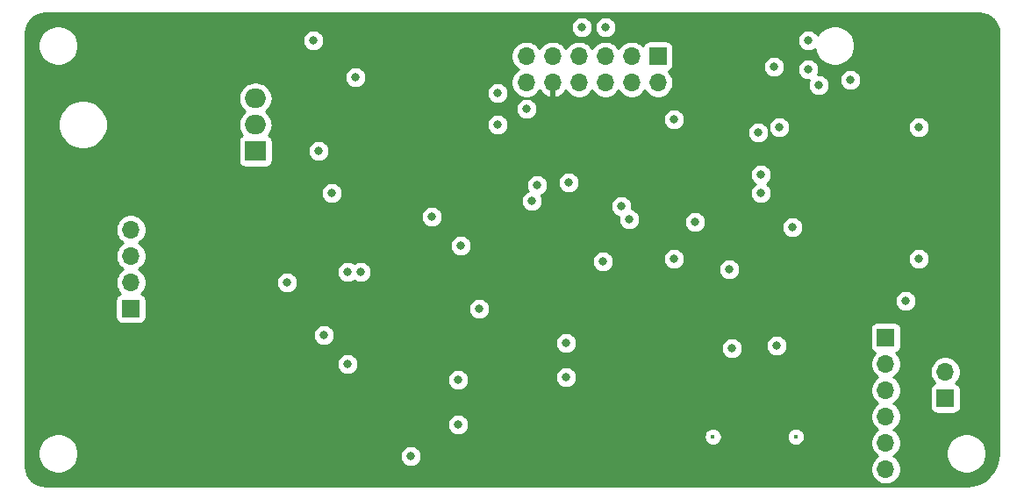
<source format=gbr>
%TF.GenerationSoftware,KiCad,Pcbnew,(5.1.9)-1*%
%TF.CreationDate,2021-06-15T18:17:50-05:00*%
%TF.ProjectId,SLKCAN,534c4b43-414e-42e6-9b69-6361645f7063,rev?*%
%TF.SameCoordinates,Original*%
%TF.FileFunction,Copper,L3,Inr*%
%TF.FilePolarity,Positive*%
%FSLAX46Y46*%
G04 Gerber Fmt 4.6, Leading zero omitted, Abs format (unit mm)*
G04 Created by KiCad (PCBNEW (5.1.9)-1) date 2021-06-15 18:17:50*
%MOMM*%
%LPD*%
G01*
G04 APERTURE LIST*
%TA.AperFunction,ComponentPad*%
%ADD10O,2.000000X1.905000*%
%TD*%
%TA.AperFunction,ComponentPad*%
%ADD11R,2.000000X1.905000*%
%TD*%
%TA.AperFunction,ComponentPad*%
%ADD12O,1.700000X1.700000*%
%TD*%
%TA.AperFunction,ComponentPad*%
%ADD13R,1.700000X1.700000*%
%TD*%
%TA.AperFunction,ComponentPad*%
%ADD14C,0.450000*%
%TD*%
%TA.AperFunction,ViaPad*%
%ADD15C,0.800000*%
%TD*%
%TA.AperFunction,Conductor*%
%ADD16C,0.254000*%
%TD*%
%TA.AperFunction,Conductor*%
%ADD17C,0.100000*%
%TD*%
G04 APERTURE END LIST*
D10*
%TO.N,Net-(C1-Pad1)*%
%TO.C,U2*%
X121920000Y-77470000D03*
%TO.N,+5V*%
X121920000Y-80010000D03*
D11*
%TO.N,GND*%
X121920000Y-82550000D03*
%TD*%
D12*
%TO.N,+5V*%
%TO.C,JP1*%
X188468000Y-103886000D03*
D13*
%TO.N,Net-(J1-Pad3)*%
X188468000Y-106426000D03*
%TD*%
D12*
%TO.N,+5V*%
%TO.C,J4*%
X148044993Y-75946495D03*
%TO.N,GND*%
X148044993Y-73406495D03*
%TO.N,+3V3*%
X150584993Y-75946495D03*
%TO.N,CAN_\u002AINT*%
X150584993Y-73406495D03*
%TO.N,AUX7*%
X153124993Y-75946495D03*
%TO.N,AUX6*%
X153124993Y-73406495D03*
%TO.N,AUX5*%
X155664993Y-75946495D03*
%TO.N,AUX4*%
X155664993Y-73406495D03*
%TO.N,AUX3*%
X158204993Y-75946495D03*
%TO.N,AUX2*%
X158204993Y-73406495D03*
%TO.N,AUX1*%
X160744993Y-75946495D03*
D13*
%TO.N,AUX0*%
X160744993Y-73406495D03*
%TD*%
D14*
%TO.N,N/C*%
%TO.C,J3*%
X174044689Y-110140283D03*
X166044689Y-110140283D03*
%TD*%
D12*
%TO.N,Net-(J2-Pad4)*%
%TO.C,J2*%
X109883783Y-90152253D03*
%TO.N,Net-(J2-Pad3)*%
X109883783Y-92692253D03*
%TO.N,Net-(J2-Pad2)*%
X109883783Y-95232253D03*
D13*
%TO.N,Net-(J2-Pad1)*%
X109883783Y-97772253D03*
%TD*%
D12*
%TO.N,Net-(J1-Pad6)*%
%TO.C,J1*%
X182724303Y-113269275D03*
%TO.N,UART0_TXD*%
X182724303Y-110729275D03*
%TO.N,UART0_RXD*%
X182724303Y-108189275D03*
%TO.N,Net-(J1-Pad3)*%
X182724303Y-105649275D03*
%TO.N,Net-(J1-Pad2)*%
X182724303Y-103109275D03*
D13*
%TO.N,GND*%
X182724303Y-100569275D03*
%TD*%
D15*
%TO.N,GND*%
X130810000Y-103124000D03*
X128524000Y-100330000D03*
X143510000Y-97790000D03*
X124968000Y-95250000D03*
X131572000Y-75438000D03*
X136906000Y-112014000D03*
X151892000Y-101092000D03*
X170434000Y-80772000D03*
X162306000Y-79502000D03*
X185928000Y-80264000D03*
X185928000Y-92964000D03*
X155448000Y-93218000D03*
X167894000Y-101600000D03*
X179324000Y-75692000D03*
%TO.N,+3V3*%
X159766000Y-97282000D03*
X148590000Y-96774000D03*
X183896000Y-70612000D03*
X169926000Y-101346000D03*
X143510000Y-112776000D03*
X140970000Y-72390000D03*
%TO.N,+5V*%
X141732000Y-91694000D03*
X151892000Y-104394000D03*
X148590000Y-87376000D03*
X129286000Y-86614000D03*
X148082000Y-78486000D03*
%TO.N,Net-(SW1-Pad1)*%
X167640000Y-93980000D03*
X164338000Y-89408000D03*
%TO.N,CAN_SO*%
X149098000Y-85852000D03*
X152146000Y-85598000D03*
%TO.N,CAN_\u002AINT*%
X145288000Y-80010000D03*
X145288000Y-76962000D03*
X138938000Y-88900000D03*
X175260000Y-74676000D03*
X175260000Y-71882000D03*
%TO.N,Net-(U4-Pad2)*%
X132080000Y-94234000D03*
X141478000Y-104648000D03*
%TO.N,Net-(U4-Pad1)*%
X130810000Y-94234000D03*
X141478000Y-108966000D03*
%TO.N,Net-(C11-Pad1)*%
X127508000Y-71882000D03*
X128016000Y-82550000D03*
%TO.N,GPIO23_VMOSI*%
X172212000Y-101346000D03*
X184658000Y-97028000D03*
%TO.N,AUX6*%
X153416000Y-70612000D03*
X155702000Y-70612000D03*
%TO.N,AUX5*%
X176276000Y-76200000D03*
%TO.N,AUX4*%
X172466000Y-80264000D03*
X171958000Y-74422000D03*
%TO.N,AUX2*%
X170688000Y-84836000D03*
%TO.N,AUX1*%
X170688000Y-86614000D03*
%TO.N,AUX0*%
X173736000Y-89916000D03*
%TO.N,GPIO12_MISO*%
X157988000Y-89154000D03*
X157226000Y-87884000D03*
%TO.N,Net-(D2-Pad1)*%
X162306000Y-92964000D03*
%TD*%
D16*
%TO.N,+3V3*%
X192129668Y-69303551D02*
X192475634Y-69408004D01*
X192794724Y-69577667D01*
X193074781Y-69806076D01*
X193305141Y-70084534D01*
X193477027Y-70402430D01*
X193583893Y-70747658D01*
X193625001Y-71138763D01*
X193625000Y-111726495D01*
X193562262Y-112366343D01*
X193386168Y-112949595D01*
X193100143Y-113487531D01*
X192715078Y-113959667D01*
X192245641Y-114348019D01*
X191709714Y-114637794D01*
X191127705Y-114817956D01*
X190489811Y-114885000D01*
X101633505Y-114885000D01*
X101240333Y-114846449D01*
X100894365Y-114741996D01*
X100575276Y-114572333D01*
X100295219Y-114343924D01*
X100064859Y-114065466D01*
X99892973Y-113747570D01*
X99786106Y-113402340D01*
X99745000Y-113011238D01*
X99745000Y-111568867D01*
X100929390Y-111568867D01*
X100929390Y-111951133D01*
X101003966Y-112326055D01*
X101150254Y-112679224D01*
X101362630Y-112997067D01*
X101632933Y-113267370D01*
X101950776Y-113479746D01*
X102303945Y-113626034D01*
X102678867Y-113700610D01*
X103061133Y-113700610D01*
X103436055Y-113626034D01*
X103789224Y-113479746D01*
X104107067Y-113267370D01*
X104377370Y-112997067D01*
X104589746Y-112679224D01*
X104736034Y-112326055D01*
X104810610Y-111951133D01*
X104810610Y-111912061D01*
X135871000Y-111912061D01*
X135871000Y-112115939D01*
X135910774Y-112315898D01*
X135988795Y-112504256D01*
X136102063Y-112673774D01*
X136246226Y-112817937D01*
X136415744Y-112931205D01*
X136604102Y-113009226D01*
X136804061Y-113049000D01*
X137007939Y-113049000D01*
X137207898Y-113009226D01*
X137396256Y-112931205D01*
X137565774Y-112817937D01*
X137709937Y-112673774D01*
X137823205Y-112504256D01*
X137901226Y-112315898D01*
X137941000Y-112115939D01*
X137941000Y-111912061D01*
X137901226Y-111712102D01*
X137823205Y-111523744D01*
X137709937Y-111354226D01*
X137565774Y-111210063D01*
X137396256Y-111096795D01*
X137207898Y-111018774D01*
X137007939Y-110979000D01*
X136804061Y-110979000D01*
X136604102Y-111018774D01*
X136415744Y-111096795D01*
X136246226Y-111210063D01*
X136102063Y-111354226D01*
X135988795Y-111523744D01*
X135910774Y-111712102D01*
X135871000Y-111912061D01*
X104810610Y-111912061D01*
X104810610Y-111568867D01*
X104736034Y-111193945D01*
X104589746Y-110840776D01*
X104377370Y-110522933D01*
X104107067Y-110252630D01*
X103812161Y-110055580D01*
X165184689Y-110055580D01*
X165184689Y-110224986D01*
X165217738Y-110391136D01*
X165282567Y-110547646D01*
X165376684Y-110688501D01*
X165496471Y-110808288D01*
X165637326Y-110902405D01*
X165793836Y-110967234D01*
X165959986Y-111000283D01*
X166129392Y-111000283D01*
X166295542Y-110967234D01*
X166452052Y-110902405D01*
X166592907Y-110808288D01*
X166712694Y-110688501D01*
X166806811Y-110547646D01*
X166871640Y-110391136D01*
X166904689Y-110224986D01*
X166904689Y-110055580D01*
X173184689Y-110055580D01*
X173184689Y-110224986D01*
X173217738Y-110391136D01*
X173282567Y-110547646D01*
X173376684Y-110688501D01*
X173496471Y-110808288D01*
X173637326Y-110902405D01*
X173793836Y-110967234D01*
X173959986Y-111000283D01*
X174129392Y-111000283D01*
X174295542Y-110967234D01*
X174452052Y-110902405D01*
X174592907Y-110808288D01*
X174712694Y-110688501D01*
X174806811Y-110547646D01*
X174871640Y-110391136D01*
X174904689Y-110224986D01*
X174904689Y-110055580D01*
X174871640Y-109889430D01*
X174806811Y-109732920D01*
X174712694Y-109592065D01*
X174592907Y-109472278D01*
X174452052Y-109378161D01*
X174295542Y-109313332D01*
X174129392Y-109280283D01*
X173959986Y-109280283D01*
X173793836Y-109313332D01*
X173637326Y-109378161D01*
X173496471Y-109472278D01*
X173376684Y-109592065D01*
X173282567Y-109732920D01*
X173217738Y-109889430D01*
X173184689Y-110055580D01*
X166904689Y-110055580D01*
X166871640Y-109889430D01*
X166806811Y-109732920D01*
X166712694Y-109592065D01*
X166592907Y-109472278D01*
X166452052Y-109378161D01*
X166295542Y-109313332D01*
X166129392Y-109280283D01*
X165959986Y-109280283D01*
X165793836Y-109313332D01*
X165637326Y-109378161D01*
X165496471Y-109472278D01*
X165376684Y-109592065D01*
X165282567Y-109732920D01*
X165217738Y-109889430D01*
X165184689Y-110055580D01*
X103812161Y-110055580D01*
X103789224Y-110040254D01*
X103436055Y-109893966D01*
X103061133Y-109819390D01*
X102678867Y-109819390D01*
X102303945Y-109893966D01*
X101950776Y-110040254D01*
X101632933Y-110252630D01*
X101362630Y-110522933D01*
X101150254Y-110840776D01*
X101003966Y-111193945D01*
X100929390Y-111568867D01*
X99745000Y-111568867D01*
X99745000Y-108864061D01*
X140443000Y-108864061D01*
X140443000Y-109067939D01*
X140482774Y-109267898D01*
X140560795Y-109456256D01*
X140674063Y-109625774D01*
X140818226Y-109769937D01*
X140987744Y-109883205D01*
X141176102Y-109961226D01*
X141376061Y-110001000D01*
X141579939Y-110001000D01*
X141779898Y-109961226D01*
X141968256Y-109883205D01*
X142137774Y-109769937D01*
X142281937Y-109625774D01*
X142395205Y-109456256D01*
X142473226Y-109267898D01*
X142513000Y-109067939D01*
X142513000Y-108864061D01*
X142473226Y-108664102D01*
X142395205Y-108475744D01*
X142281937Y-108306226D01*
X142137774Y-108162063D01*
X141968256Y-108048795D01*
X141779898Y-107970774D01*
X141579939Y-107931000D01*
X141376061Y-107931000D01*
X141176102Y-107970774D01*
X140987744Y-108048795D01*
X140818226Y-108162063D01*
X140674063Y-108306226D01*
X140560795Y-108475744D01*
X140482774Y-108664102D01*
X140443000Y-108864061D01*
X99745000Y-108864061D01*
X99745000Y-104546061D01*
X140443000Y-104546061D01*
X140443000Y-104749939D01*
X140482774Y-104949898D01*
X140560795Y-105138256D01*
X140674063Y-105307774D01*
X140818226Y-105451937D01*
X140987744Y-105565205D01*
X141176102Y-105643226D01*
X141376061Y-105683000D01*
X141579939Y-105683000D01*
X141779898Y-105643226D01*
X141968256Y-105565205D01*
X142137774Y-105451937D01*
X142281937Y-105307774D01*
X142395205Y-105138256D01*
X142473226Y-104949898D01*
X142513000Y-104749939D01*
X142513000Y-104546061D01*
X142473226Y-104346102D01*
X142450842Y-104292061D01*
X150857000Y-104292061D01*
X150857000Y-104495939D01*
X150896774Y-104695898D01*
X150974795Y-104884256D01*
X151088063Y-105053774D01*
X151232226Y-105197937D01*
X151401744Y-105311205D01*
X151590102Y-105389226D01*
X151790061Y-105429000D01*
X151993939Y-105429000D01*
X152193898Y-105389226D01*
X152382256Y-105311205D01*
X152551774Y-105197937D01*
X152695937Y-105053774D01*
X152809205Y-104884256D01*
X152887226Y-104695898D01*
X152927000Y-104495939D01*
X152927000Y-104292061D01*
X152887226Y-104092102D01*
X152809205Y-103903744D01*
X152695937Y-103734226D01*
X152551774Y-103590063D01*
X152382256Y-103476795D01*
X152193898Y-103398774D01*
X151993939Y-103359000D01*
X151790061Y-103359000D01*
X151590102Y-103398774D01*
X151401744Y-103476795D01*
X151232226Y-103590063D01*
X151088063Y-103734226D01*
X150974795Y-103903744D01*
X150896774Y-104092102D01*
X150857000Y-104292061D01*
X142450842Y-104292061D01*
X142395205Y-104157744D01*
X142281937Y-103988226D01*
X142137774Y-103844063D01*
X141968256Y-103730795D01*
X141779898Y-103652774D01*
X141579939Y-103613000D01*
X141376061Y-103613000D01*
X141176102Y-103652774D01*
X140987744Y-103730795D01*
X140818226Y-103844063D01*
X140674063Y-103988226D01*
X140560795Y-104157744D01*
X140482774Y-104346102D01*
X140443000Y-104546061D01*
X99745000Y-104546061D01*
X99745000Y-103022061D01*
X129775000Y-103022061D01*
X129775000Y-103225939D01*
X129814774Y-103425898D01*
X129892795Y-103614256D01*
X130006063Y-103783774D01*
X130150226Y-103927937D01*
X130319744Y-104041205D01*
X130508102Y-104119226D01*
X130708061Y-104159000D01*
X130911939Y-104159000D01*
X131111898Y-104119226D01*
X131300256Y-104041205D01*
X131469774Y-103927937D01*
X131613937Y-103783774D01*
X131727205Y-103614256D01*
X131805226Y-103425898D01*
X131845000Y-103225939D01*
X131845000Y-103022061D01*
X131805226Y-102822102D01*
X131727205Y-102633744D01*
X131613937Y-102464226D01*
X131469774Y-102320063D01*
X131300256Y-102206795D01*
X131111898Y-102128774D01*
X130911939Y-102089000D01*
X130708061Y-102089000D01*
X130508102Y-102128774D01*
X130319744Y-102206795D01*
X130150226Y-102320063D01*
X130006063Y-102464226D01*
X129892795Y-102633744D01*
X129814774Y-102822102D01*
X129775000Y-103022061D01*
X99745000Y-103022061D01*
X99745000Y-100228061D01*
X127489000Y-100228061D01*
X127489000Y-100431939D01*
X127528774Y-100631898D01*
X127606795Y-100820256D01*
X127720063Y-100989774D01*
X127864226Y-101133937D01*
X128033744Y-101247205D01*
X128222102Y-101325226D01*
X128422061Y-101365000D01*
X128625939Y-101365000D01*
X128825898Y-101325226D01*
X129014256Y-101247205D01*
X129183774Y-101133937D01*
X129327650Y-100990061D01*
X150857000Y-100990061D01*
X150857000Y-101193939D01*
X150896774Y-101393898D01*
X150974795Y-101582256D01*
X151088063Y-101751774D01*
X151232226Y-101895937D01*
X151401744Y-102009205D01*
X151590102Y-102087226D01*
X151790061Y-102127000D01*
X151993939Y-102127000D01*
X152193898Y-102087226D01*
X152382256Y-102009205D01*
X152551774Y-101895937D01*
X152695937Y-101751774D01*
X152809205Y-101582256D01*
X152844079Y-101498061D01*
X166859000Y-101498061D01*
X166859000Y-101701939D01*
X166898774Y-101901898D01*
X166976795Y-102090256D01*
X167090063Y-102259774D01*
X167234226Y-102403937D01*
X167403744Y-102517205D01*
X167592102Y-102595226D01*
X167792061Y-102635000D01*
X167995939Y-102635000D01*
X168195898Y-102595226D01*
X168384256Y-102517205D01*
X168553774Y-102403937D01*
X168697937Y-102259774D01*
X168811205Y-102090256D01*
X168889226Y-101901898D01*
X168929000Y-101701939D01*
X168929000Y-101498061D01*
X168889226Y-101298102D01*
X168866842Y-101244061D01*
X171177000Y-101244061D01*
X171177000Y-101447939D01*
X171216774Y-101647898D01*
X171294795Y-101836256D01*
X171408063Y-102005774D01*
X171552226Y-102149937D01*
X171721744Y-102263205D01*
X171910102Y-102341226D01*
X172110061Y-102381000D01*
X172313939Y-102381000D01*
X172513898Y-102341226D01*
X172702256Y-102263205D01*
X172871774Y-102149937D01*
X173015937Y-102005774D01*
X173129205Y-101836256D01*
X173207226Y-101647898D01*
X173247000Y-101447939D01*
X173247000Y-101244061D01*
X173207226Y-101044102D01*
X173129205Y-100855744D01*
X173015937Y-100686226D01*
X172871774Y-100542063D01*
X172702256Y-100428795D01*
X172513898Y-100350774D01*
X172313939Y-100311000D01*
X172110061Y-100311000D01*
X171910102Y-100350774D01*
X171721744Y-100428795D01*
X171552226Y-100542063D01*
X171408063Y-100686226D01*
X171294795Y-100855744D01*
X171216774Y-101044102D01*
X171177000Y-101244061D01*
X168866842Y-101244061D01*
X168811205Y-101109744D01*
X168697937Y-100940226D01*
X168553774Y-100796063D01*
X168384256Y-100682795D01*
X168195898Y-100604774D01*
X167995939Y-100565000D01*
X167792061Y-100565000D01*
X167592102Y-100604774D01*
X167403744Y-100682795D01*
X167234226Y-100796063D01*
X167090063Y-100940226D01*
X166976795Y-101109744D01*
X166898774Y-101298102D01*
X166859000Y-101498061D01*
X152844079Y-101498061D01*
X152887226Y-101393898D01*
X152927000Y-101193939D01*
X152927000Y-100990061D01*
X152887226Y-100790102D01*
X152809205Y-100601744D01*
X152695937Y-100432226D01*
X152551774Y-100288063D01*
X152382256Y-100174795D01*
X152193898Y-100096774D01*
X151993939Y-100057000D01*
X151790061Y-100057000D01*
X151590102Y-100096774D01*
X151401744Y-100174795D01*
X151232226Y-100288063D01*
X151088063Y-100432226D01*
X150974795Y-100601744D01*
X150896774Y-100790102D01*
X150857000Y-100990061D01*
X129327650Y-100990061D01*
X129327937Y-100989774D01*
X129441205Y-100820256D01*
X129519226Y-100631898D01*
X129559000Y-100431939D01*
X129559000Y-100228061D01*
X129519226Y-100028102D01*
X129441205Y-99839744D01*
X129360711Y-99719275D01*
X181236231Y-99719275D01*
X181236231Y-101419275D01*
X181248491Y-101543757D01*
X181284801Y-101663455D01*
X181343766Y-101773769D01*
X181423118Y-101870460D01*
X181519809Y-101949812D01*
X181630123Y-102008777D01*
X181702683Y-102030788D01*
X181570828Y-102162643D01*
X181408313Y-102405864D01*
X181296371Y-102676117D01*
X181239303Y-102963015D01*
X181239303Y-103255535D01*
X181296371Y-103542433D01*
X181408313Y-103812686D01*
X181570828Y-104055907D01*
X181777671Y-104262750D01*
X181952063Y-104379275D01*
X181777671Y-104495800D01*
X181570828Y-104702643D01*
X181408313Y-104945864D01*
X181296371Y-105216117D01*
X181239303Y-105503015D01*
X181239303Y-105795535D01*
X181296371Y-106082433D01*
X181408313Y-106352686D01*
X181570828Y-106595907D01*
X181777671Y-106802750D01*
X181952063Y-106919275D01*
X181777671Y-107035800D01*
X181570828Y-107242643D01*
X181408313Y-107485864D01*
X181296371Y-107756117D01*
X181239303Y-108043015D01*
X181239303Y-108335535D01*
X181296371Y-108622433D01*
X181408313Y-108892686D01*
X181570828Y-109135907D01*
X181777671Y-109342750D01*
X181952063Y-109459275D01*
X181777671Y-109575800D01*
X181570828Y-109782643D01*
X181408313Y-110025864D01*
X181296371Y-110296117D01*
X181239303Y-110583015D01*
X181239303Y-110875535D01*
X181296371Y-111162433D01*
X181408313Y-111432686D01*
X181570828Y-111675907D01*
X181777671Y-111882750D01*
X181952063Y-111999275D01*
X181777671Y-112115800D01*
X181570828Y-112322643D01*
X181408313Y-112565864D01*
X181296371Y-112836117D01*
X181239303Y-113123015D01*
X181239303Y-113415535D01*
X181296371Y-113702433D01*
X181408313Y-113972686D01*
X181570828Y-114215907D01*
X181777671Y-114422750D01*
X182020892Y-114585265D01*
X182291145Y-114697207D01*
X182578043Y-114754275D01*
X182870563Y-114754275D01*
X183157461Y-114697207D01*
X183427714Y-114585265D01*
X183670935Y-114422750D01*
X183877778Y-114215907D01*
X184040293Y-113972686D01*
X184152235Y-113702433D01*
X184209303Y-113415535D01*
X184209303Y-113123015D01*
X184152235Y-112836117D01*
X184040293Y-112565864D01*
X183877778Y-112322643D01*
X183670935Y-112115800D01*
X183496543Y-111999275D01*
X183670935Y-111882750D01*
X183877778Y-111675907D01*
X183949299Y-111568867D01*
X188559390Y-111568867D01*
X188559390Y-111951133D01*
X188633966Y-112326055D01*
X188780254Y-112679224D01*
X188992630Y-112997067D01*
X189262933Y-113267370D01*
X189580776Y-113479746D01*
X189933945Y-113626034D01*
X190308867Y-113700610D01*
X190691133Y-113700610D01*
X191066055Y-113626034D01*
X191419224Y-113479746D01*
X191737067Y-113267370D01*
X192007370Y-112997067D01*
X192219746Y-112679224D01*
X192366034Y-112326055D01*
X192440610Y-111951133D01*
X192440610Y-111568867D01*
X192366034Y-111193945D01*
X192219746Y-110840776D01*
X192007370Y-110522933D01*
X191737067Y-110252630D01*
X191419224Y-110040254D01*
X191066055Y-109893966D01*
X190691133Y-109819390D01*
X190308867Y-109819390D01*
X189933945Y-109893966D01*
X189580776Y-110040254D01*
X189262933Y-110252630D01*
X188992630Y-110522933D01*
X188780254Y-110840776D01*
X188633966Y-111193945D01*
X188559390Y-111568867D01*
X183949299Y-111568867D01*
X184040293Y-111432686D01*
X184152235Y-111162433D01*
X184209303Y-110875535D01*
X184209303Y-110583015D01*
X184152235Y-110296117D01*
X184040293Y-110025864D01*
X183877778Y-109782643D01*
X183670935Y-109575800D01*
X183496543Y-109459275D01*
X183670935Y-109342750D01*
X183877778Y-109135907D01*
X184040293Y-108892686D01*
X184152235Y-108622433D01*
X184209303Y-108335535D01*
X184209303Y-108043015D01*
X184152235Y-107756117D01*
X184040293Y-107485864D01*
X183877778Y-107242643D01*
X183670935Y-107035800D01*
X183496543Y-106919275D01*
X183670935Y-106802750D01*
X183877778Y-106595907D01*
X184040293Y-106352686D01*
X184152235Y-106082433D01*
X184209303Y-105795535D01*
X184209303Y-105576000D01*
X186979928Y-105576000D01*
X186979928Y-107276000D01*
X186992188Y-107400482D01*
X187028498Y-107520180D01*
X187087463Y-107630494D01*
X187166815Y-107727185D01*
X187263506Y-107806537D01*
X187373820Y-107865502D01*
X187493518Y-107901812D01*
X187618000Y-107914072D01*
X189318000Y-107914072D01*
X189442482Y-107901812D01*
X189562180Y-107865502D01*
X189672494Y-107806537D01*
X189769185Y-107727185D01*
X189848537Y-107630494D01*
X189907502Y-107520180D01*
X189943812Y-107400482D01*
X189956072Y-107276000D01*
X189956072Y-105576000D01*
X189943812Y-105451518D01*
X189907502Y-105331820D01*
X189848537Y-105221506D01*
X189769185Y-105124815D01*
X189672494Y-105045463D01*
X189562180Y-104986498D01*
X189489620Y-104964487D01*
X189621475Y-104832632D01*
X189783990Y-104589411D01*
X189895932Y-104319158D01*
X189953000Y-104032260D01*
X189953000Y-103739740D01*
X189895932Y-103452842D01*
X189783990Y-103182589D01*
X189621475Y-102939368D01*
X189414632Y-102732525D01*
X189171411Y-102570010D01*
X188901158Y-102458068D01*
X188614260Y-102401000D01*
X188321740Y-102401000D01*
X188034842Y-102458068D01*
X187764589Y-102570010D01*
X187521368Y-102732525D01*
X187314525Y-102939368D01*
X187152010Y-103182589D01*
X187040068Y-103452842D01*
X186983000Y-103739740D01*
X186983000Y-104032260D01*
X187040068Y-104319158D01*
X187152010Y-104589411D01*
X187314525Y-104832632D01*
X187446380Y-104964487D01*
X187373820Y-104986498D01*
X187263506Y-105045463D01*
X187166815Y-105124815D01*
X187087463Y-105221506D01*
X187028498Y-105331820D01*
X186992188Y-105451518D01*
X186979928Y-105576000D01*
X184209303Y-105576000D01*
X184209303Y-105503015D01*
X184152235Y-105216117D01*
X184040293Y-104945864D01*
X183877778Y-104702643D01*
X183670935Y-104495800D01*
X183496543Y-104379275D01*
X183670935Y-104262750D01*
X183877778Y-104055907D01*
X184040293Y-103812686D01*
X184152235Y-103542433D01*
X184209303Y-103255535D01*
X184209303Y-102963015D01*
X184152235Y-102676117D01*
X184040293Y-102405864D01*
X183877778Y-102162643D01*
X183745923Y-102030788D01*
X183818483Y-102008777D01*
X183928797Y-101949812D01*
X184025488Y-101870460D01*
X184104840Y-101773769D01*
X184163805Y-101663455D01*
X184200115Y-101543757D01*
X184212375Y-101419275D01*
X184212375Y-99719275D01*
X184200115Y-99594793D01*
X184163805Y-99475095D01*
X184104840Y-99364781D01*
X184025488Y-99268090D01*
X183928797Y-99188738D01*
X183818483Y-99129773D01*
X183698785Y-99093463D01*
X183574303Y-99081203D01*
X181874303Y-99081203D01*
X181749821Y-99093463D01*
X181630123Y-99129773D01*
X181519809Y-99188738D01*
X181423118Y-99268090D01*
X181343766Y-99364781D01*
X181284801Y-99475095D01*
X181248491Y-99594793D01*
X181236231Y-99719275D01*
X129360711Y-99719275D01*
X129327937Y-99670226D01*
X129183774Y-99526063D01*
X129014256Y-99412795D01*
X128825898Y-99334774D01*
X128625939Y-99295000D01*
X128422061Y-99295000D01*
X128222102Y-99334774D01*
X128033744Y-99412795D01*
X127864226Y-99526063D01*
X127720063Y-99670226D01*
X127606795Y-99839744D01*
X127528774Y-100028102D01*
X127489000Y-100228061D01*
X99745000Y-100228061D01*
X99745000Y-96922253D01*
X108395711Y-96922253D01*
X108395711Y-98622253D01*
X108407971Y-98746735D01*
X108444281Y-98866433D01*
X108503246Y-98976747D01*
X108582598Y-99073438D01*
X108679289Y-99152790D01*
X108789603Y-99211755D01*
X108909301Y-99248065D01*
X109033783Y-99260325D01*
X110733783Y-99260325D01*
X110858265Y-99248065D01*
X110977963Y-99211755D01*
X111088277Y-99152790D01*
X111184968Y-99073438D01*
X111264320Y-98976747D01*
X111323285Y-98866433D01*
X111359595Y-98746735D01*
X111371855Y-98622253D01*
X111371855Y-97688061D01*
X142475000Y-97688061D01*
X142475000Y-97891939D01*
X142514774Y-98091898D01*
X142592795Y-98280256D01*
X142706063Y-98449774D01*
X142850226Y-98593937D01*
X143019744Y-98707205D01*
X143208102Y-98785226D01*
X143408061Y-98825000D01*
X143611939Y-98825000D01*
X143811898Y-98785226D01*
X144000256Y-98707205D01*
X144169774Y-98593937D01*
X144313937Y-98449774D01*
X144427205Y-98280256D01*
X144505226Y-98091898D01*
X144545000Y-97891939D01*
X144545000Y-97688061D01*
X144505226Y-97488102D01*
X144427205Y-97299744D01*
X144313937Y-97130226D01*
X144169774Y-96986063D01*
X144079975Y-96926061D01*
X183623000Y-96926061D01*
X183623000Y-97129939D01*
X183662774Y-97329898D01*
X183740795Y-97518256D01*
X183854063Y-97687774D01*
X183998226Y-97831937D01*
X184167744Y-97945205D01*
X184356102Y-98023226D01*
X184556061Y-98063000D01*
X184759939Y-98063000D01*
X184959898Y-98023226D01*
X185148256Y-97945205D01*
X185317774Y-97831937D01*
X185461937Y-97687774D01*
X185575205Y-97518256D01*
X185653226Y-97329898D01*
X185693000Y-97129939D01*
X185693000Y-96926061D01*
X185653226Y-96726102D01*
X185575205Y-96537744D01*
X185461937Y-96368226D01*
X185317774Y-96224063D01*
X185148256Y-96110795D01*
X184959898Y-96032774D01*
X184759939Y-95993000D01*
X184556061Y-95993000D01*
X184356102Y-96032774D01*
X184167744Y-96110795D01*
X183998226Y-96224063D01*
X183854063Y-96368226D01*
X183740795Y-96537744D01*
X183662774Y-96726102D01*
X183623000Y-96926061D01*
X144079975Y-96926061D01*
X144000256Y-96872795D01*
X143811898Y-96794774D01*
X143611939Y-96755000D01*
X143408061Y-96755000D01*
X143208102Y-96794774D01*
X143019744Y-96872795D01*
X142850226Y-96986063D01*
X142706063Y-97130226D01*
X142592795Y-97299744D01*
X142514774Y-97488102D01*
X142475000Y-97688061D01*
X111371855Y-97688061D01*
X111371855Y-96922253D01*
X111359595Y-96797771D01*
X111323285Y-96678073D01*
X111264320Y-96567759D01*
X111184968Y-96471068D01*
X111088277Y-96391716D01*
X110977963Y-96332751D01*
X110905403Y-96310740D01*
X111037258Y-96178885D01*
X111199773Y-95935664D01*
X111311715Y-95665411D01*
X111368783Y-95378513D01*
X111368783Y-95148061D01*
X123933000Y-95148061D01*
X123933000Y-95351939D01*
X123972774Y-95551898D01*
X124050795Y-95740256D01*
X124164063Y-95909774D01*
X124308226Y-96053937D01*
X124477744Y-96167205D01*
X124666102Y-96245226D01*
X124866061Y-96285000D01*
X125069939Y-96285000D01*
X125269898Y-96245226D01*
X125458256Y-96167205D01*
X125627774Y-96053937D01*
X125771937Y-95909774D01*
X125885205Y-95740256D01*
X125963226Y-95551898D01*
X126003000Y-95351939D01*
X126003000Y-95148061D01*
X125963226Y-94948102D01*
X125885205Y-94759744D01*
X125771937Y-94590226D01*
X125627774Y-94446063D01*
X125458256Y-94332795D01*
X125269898Y-94254774D01*
X125069939Y-94215000D01*
X124866061Y-94215000D01*
X124666102Y-94254774D01*
X124477744Y-94332795D01*
X124308226Y-94446063D01*
X124164063Y-94590226D01*
X124050795Y-94759744D01*
X123972774Y-94948102D01*
X123933000Y-95148061D01*
X111368783Y-95148061D01*
X111368783Y-95085993D01*
X111311715Y-94799095D01*
X111199773Y-94528842D01*
X111037258Y-94285621D01*
X110883698Y-94132061D01*
X129775000Y-94132061D01*
X129775000Y-94335939D01*
X129814774Y-94535898D01*
X129892795Y-94724256D01*
X130006063Y-94893774D01*
X130150226Y-95037937D01*
X130319744Y-95151205D01*
X130508102Y-95229226D01*
X130708061Y-95269000D01*
X130911939Y-95269000D01*
X131111898Y-95229226D01*
X131300256Y-95151205D01*
X131445000Y-95054490D01*
X131589744Y-95151205D01*
X131778102Y-95229226D01*
X131978061Y-95269000D01*
X132181939Y-95269000D01*
X132381898Y-95229226D01*
X132570256Y-95151205D01*
X132739774Y-95037937D01*
X132883937Y-94893774D01*
X132997205Y-94724256D01*
X133075226Y-94535898D01*
X133115000Y-94335939D01*
X133115000Y-94132061D01*
X133075226Y-93932102D01*
X132997205Y-93743744D01*
X132883937Y-93574226D01*
X132739774Y-93430063D01*
X132570256Y-93316795D01*
X132381898Y-93238774D01*
X132181939Y-93199000D01*
X131978061Y-93199000D01*
X131778102Y-93238774D01*
X131589744Y-93316795D01*
X131445000Y-93413510D01*
X131300256Y-93316795D01*
X131111898Y-93238774D01*
X130911939Y-93199000D01*
X130708061Y-93199000D01*
X130508102Y-93238774D01*
X130319744Y-93316795D01*
X130150226Y-93430063D01*
X130006063Y-93574226D01*
X129892795Y-93743744D01*
X129814774Y-93932102D01*
X129775000Y-94132061D01*
X110883698Y-94132061D01*
X110830415Y-94078778D01*
X110656023Y-93962253D01*
X110830415Y-93845728D01*
X111037258Y-93638885D01*
X111199773Y-93395664D01*
X111311715Y-93125411D01*
X111313574Y-93116061D01*
X154413000Y-93116061D01*
X154413000Y-93319939D01*
X154452774Y-93519898D01*
X154530795Y-93708256D01*
X154644063Y-93877774D01*
X154788226Y-94021937D01*
X154957744Y-94135205D01*
X155146102Y-94213226D01*
X155346061Y-94253000D01*
X155549939Y-94253000D01*
X155749898Y-94213226D01*
X155938256Y-94135205D01*
X156107774Y-94021937D01*
X156251937Y-93877774D01*
X156365205Y-93708256D01*
X156443226Y-93519898D01*
X156483000Y-93319939D01*
X156483000Y-93116061D01*
X156443226Y-92916102D01*
X156420842Y-92862061D01*
X161271000Y-92862061D01*
X161271000Y-93065939D01*
X161310774Y-93265898D01*
X161388795Y-93454256D01*
X161502063Y-93623774D01*
X161646226Y-93767937D01*
X161815744Y-93881205D01*
X162004102Y-93959226D01*
X162204061Y-93999000D01*
X162407939Y-93999000D01*
X162607898Y-93959226D01*
X162796256Y-93881205D01*
X162800961Y-93878061D01*
X166605000Y-93878061D01*
X166605000Y-94081939D01*
X166644774Y-94281898D01*
X166722795Y-94470256D01*
X166836063Y-94639774D01*
X166980226Y-94783937D01*
X167149744Y-94897205D01*
X167338102Y-94975226D01*
X167538061Y-95015000D01*
X167741939Y-95015000D01*
X167941898Y-94975226D01*
X168130256Y-94897205D01*
X168299774Y-94783937D01*
X168443937Y-94639774D01*
X168557205Y-94470256D01*
X168635226Y-94281898D01*
X168675000Y-94081939D01*
X168675000Y-93878061D01*
X168635226Y-93678102D01*
X168557205Y-93489744D01*
X168443937Y-93320226D01*
X168299774Y-93176063D01*
X168130256Y-93062795D01*
X167941898Y-92984774D01*
X167741939Y-92945000D01*
X167538061Y-92945000D01*
X167338102Y-92984774D01*
X167149744Y-93062795D01*
X166980226Y-93176063D01*
X166836063Y-93320226D01*
X166722795Y-93489744D01*
X166644774Y-93678102D01*
X166605000Y-93878061D01*
X162800961Y-93878061D01*
X162965774Y-93767937D01*
X163109937Y-93623774D01*
X163223205Y-93454256D01*
X163301226Y-93265898D01*
X163341000Y-93065939D01*
X163341000Y-92862061D01*
X184893000Y-92862061D01*
X184893000Y-93065939D01*
X184932774Y-93265898D01*
X185010795Y-93454256D01*
X185124063Y-93623774D01*
X185268226Y-93767937D01*
X185437744Y-93881205D01*
X185626102Y-93959226D01*
X185826061Y-93999000D01*
X186029939Y-93999000D01*
X186229898Y-93959226D01*
X186418256Y-93881205D01*
X186587774Y-93767937D01*
X186731937Y-93623774D01*
X186845205Y-93454256D01*
X186923226Y-93265898D01*
X186963000Y-93065939D01*
X186963000Y-92862061D01*
X186923226Y-92662102D01*
X186845205Y-92473744D01*
X186731937Y-92304226D01*
X186587774Y-92160063D01*
X186418256Y-92046795D01*
X186229898Y-91968774D01*
X186029939Y-91929000D01*
X185826061Y-91929000D01*
X185626102Y-91968774D01*
X185437744Y-92046795D01*
X185268226Y-92160063D01*
X185124063Y-92304226D01*
X185010795Y-92473744D01*
X184932774Y-92662102D01*
X184893000Y-92862061D01*
X163341000Y-92862061D01*
X163301226Y-92662102D01*
X163223205Y-92473744D01*
X163109937Y-92304226D01*
X162965774Y-92160063D01*
X162796256Y-92046795D01*
X162607898Y-91968774D01*
X162407939Y-91929000D01*
X162204061Y-91929000D01*
X162004102Y-91968774D01*
X161815744Y-92046795D01*
X161646226Y-92160063D01*
X161502063Y-92304226D01*
X161388795Y-92473744D01*
X161310774Y-92662102D01*
X161271000Y-92862061D01*
X156420842Y-92862061D01*
X156365205Y-92727744D01*
X156251937Y-92558226D01*
X156107774Y-92414063D01*
X155938256Y-92300795D01*
X155749898Y-92222774D01*
X155549939Y-92183000D01*
X155346061Y-92183000D01*
X155146102Y-92222774D01*
X154957744Y-92300795D01*
X154788226Y-92414063D01*
X154644063Y-92558226D01*
X154530795Y-92727744D01*
X154452774Y-92916102D01*
X154413000Y-93116061D01*
X111313574Y-93116061D01*
X111368783Y-92838513D01*
X111368783Y-92545993D01*
X111311715Y-92259095D01*
X111199773Y-91988842D01*
X111037258Y-91745621D01*
X110883698Y-91592061D01*
X140697000Y-91592061D01*
X140697000Y-91795939D01*
X140736774Y-91995898D01*
X140814795Y-92184256D01*
X140928063Y-92353774D01*
X141072226Y-92497937D01*
X141241744Y-92611205D01*
X141430102Y-92689226D01*
X141630061Y-92729000D01*
X141833939Y-92729000D01*
X142033898Y-92689226D01*
X142222256Y-92611205D01*
X142391774Y-92497937D01*
X142535937Y-92353774D01*
X142649205Y-92184256D01*
X142727226Y-91995898D01*
X142767000Y-91795939D01*
X142767000Y-91592061D01*
X142727226Y-91392102D01*
X142649205Y-91203744D01*
X142535937Y-91034226D01*
X142391774Y-90890063D01*
X142222256Y-90776795D01*
X142033898Y-90698774D01*
X141833939Y-90659000D01*
X141630061Y-90659000D01*
X141430102Y-90698774D01*
X141241744Y-90776795D01*
X141072226Y-90890063D01*
X140928063Y-91034226D01*
X140814795Y-91203744D01*
X140736774Y-91392102D01*
X140697000Y-91592061D01*
X110883698Y-91592061D01*
X110830415Y-91538778D01*
X110656023Y-91422253D01*
X110830415Y-91305728D01*
X111037258Y-91098885D01*
X111199773Y-90855664D01*
X111311715Y-90585411D01*
X111368783Y-90298513D01*
X111368783Y-90005993D01*
X111311715Y-89719095D01*
X111199773Y-89448842D01*
X111037258Y-89205621D01*
X110830415Y-88998778D01*
X110587194Y-88836263D01*
X110494966Y-88798061D01*
X137903000Y-88798061D01*
X137903000Y-89001939D01*
X137942774Y-89201898D01*
X138020795Y-89390256D01*
X138134063Y-89559774D01*
X138278226Y-89703937D01*
X138447744Y-89817205D01*
X138636102Y-89895226D01*
X138836061Y-89935000D01*
X139039939Y-89935000D01*
X139239898Y-89895226D01*
X139428256Y-89817205D01*
X139597774Y-89703937D01*
X139741937Y-89559774D01*
X139855205Y-89390256D01*
X139933226Y-89201898D01*
X139973000Y-89001939D01*
X139973000Y-88798061D01*
X139933226Y-88598102D01*
X139855205Y-88409744D01*
X139741937Y-88240226D01*
X139597774Y-88096063D01*
X139428256Y-87982795D01*
X139239898Y-87904774D01*
X139039939Y-87865000D01*
X138836061Y-87865000D01*
X138636102Y-87904774D01*
X138447744Y-87982795D01*
X138278226Y-88096063D01*
X138134063Y-88240226D01*
X138020795Y-88409744D01*
X137942774Y-88598102D01*
X137903000Y-88798061D01*
X110494966Y-88798061D01*
X110316941Y-88724321D01*
X110030043Y-88667253D01*
X109737523Y-88667253D01*
X109450625Y-88724321D01*
X109180372Y-88836263D01*
X108937151Y-88998778D01*
X108730308Y-89205621D01*
X108567793Y-89448842D01*
X108455851Y-89719095D01*
X108398783Y-90005993D01*
X108398783Y-90298513D01*
X108455851Y-90585411D01*
X108567793Y-90855664D01*
X108730308Y-91098885D01*
X108937151Y-91305728D01*
X109111543Y-91422253D01*
X108937151Y-91538778D01*
X108730308Y-91745621D01*
X108567793Y-91988842D01*
X108455851Y-92259095D01*
X108398783Y-92545993D01*
X108398783Y-92838513D01*
X108455851Y-93125411D01*
X108567793Y-93395664D01*
X108730308Y-93638885D01*
X108937151Y-93845728D01*
X109111543Y-93962253D01*
X108937151Y-94078778D01*
X108730308Y-94285621D01*
X108567793Y-94528842D01*
X108455851Y-94799095D01*
X108398783Y-95085993D01*
X108398783Y-95378513D01*
X108455851Y-95665411D01*
X108567793Y-95935664D01*
X108730308Y-96178885D01*
X108862163Y-96310740D01*
X108789603Y-96332751D01*
X108679289Y-96391716D01*
X108582598Y-96471068D01*
X108503246Y-96567759D01*
X108444281Y-96678073D01*
X108407971Y-96797771D01*
X108395711Y-96922253D01*
X99745000Y-96922253D01*
X99745000Y-86512061D01*
X128251000Y-86512061D01*
X128251000Y-86715939D01*
X128290774Y-86915898D01*
X128368795Y-87104256D01*
X128482063Y-87273774D01*
X128626226Y-87417937D01*
X128795744Y-87531205D01*
X128984102Y-87609226D01*
X129184061Y-87649000D01*
X129387939Y-87649000D01*
X129587898Y-87609226D01*
X129776256Y-87531205D01*
X129945774Y-87417937D01*
X130089650Y-87274061D01*
X147555000Y-87274061D01*
X147555000Y-87477939D01*
X147594774Y-87677898D01*
X147672795Y-87866256D01*
X147786063Y-88035774D01*
X147930226Y-88179937D01*
X148099744Y-88293205D01*
X148288102Y-88371226D01*
X148488061Y-88411000D01*
X148691939Y-88411000D01*
X148891898Y-88371226D01*
X149080256Y-88293205D01*
X149249774Y-88179937D01*
X149393937Y-88035774D01*
X149507205Y-87866256D01*
X149542079Y-87782061D01*
X156191000Y-87782061D01*
X156191000Y-87985939D01*
X156230774Y-88185898D01*
X156308795Y-88374256D01*
X156422063Y-88543774D01*
X156566226Y-88687937D01*
X156735744Y-88801205D01*
X156924102Y-88879226D01*
X156984970Y-88891333D01*
X156953000Y-89052061D01*
X156953000Y-89255939D01*
X156992774Y-89455898D01*
X157070795Y-89644256D01*
X157184063Y-89813774D01*
X157328226Y-89957937D01*
X157497744Y-90071205D01*
X157686102Y-90149226D01*
X157886061Y-90189000D01*
X158089939Y-90189000D01*
X158289898Y-90149226D01*
X158478256Y-90071205D01*
X158647774Y-89957937D01*
X158791937Y-89813774D01*
X158905205Y-89644256D01*
X158983226Y-89455898D01*
X159013030Y-89306061D01*
X163303000Y-89306061D01*
X163303000Y-89509939D01*
X163342774Y-89709898D01*
X163420795Y-89898256D01*
X163534063Y-90067774D01*
X163678226Y-90211937D01*
X163847744Y-90325205D01*
X164036102Y-90403226D01*
X164236061Y-90443000D01*
X164439939Y-90443000D01*
X164639898Y-90403226D01*
X164828256Y-90325205D01*
X164997774Y-90211937D01*
X165141937Y-90067774D01*
X165255205Y-89898256D01*
X165290079Y-89814061D01*
X172701000Y-89814061D01*
X172701000Y-90017939D01*
X172740774Y-90217898D01*
X172818795Y-90406256D01*
X172932063Y-90575774D01*
X173076226Y-90719937D01*
X173245744Y-90833205D01*
X173434102Y-90911226D01*
X173634061Y-90951000D01*
X173837939Y-90951000D01*
X174037898Y-90911226D01*
X174226256Y-90833205D01*
X174395774Y-90719937D01*
X174539937Y-90575774D01*
X174653205Y-90406256D01*
X174731226Y-90217898D01*
X174771000Y-90017939D01*
X174771000Y-89814061D01*
X174731226Y-89614102D01*
X174653205Y-89425744D01*
X174539937Y-89256226D01*
X174395774Y-89112063D01*
X174226256Y-88998795D01*
X174037898Y-88920774D01*
X173837939Y-88881000D01*
X173634061Y-88881000D01*
X173434102Y-88920774D01*
X173245744Y-88998795D01*
X173076226Y-89112063D01*
X172932063Y-89256226D01*
X172818795Y-89425744D01*
X172740774Y-89614102D01*
X172701000Y-89814061D01*
X165290079Y-89814061D01*
X165333226Y-89709898D01*
X165373000Y-89509939D01*
X165373000Y-89306061D01*
X165333226Y-89106102D01*
X165255205Y-88917744D01*
X165141937Y-88748226D01*
X164997774Y-88604063D01*
X164828256Y-88490795D01*
X164639898Y-88412774D01*
X164439939Y-88373000D01*
X164236061Y-88373000D01*
X164036102Y-88412774D01*
X163847744Y-88490795D01*
X163678226Y-88604063D01*
X163534063Y-88748226D01*
X163420795Y-88917744D01*
X163342774Y-89106102D01*
X163303000Y-89306061D01*
X159013030Y-89306061D01*
X159023000Y-89255939D01*
X159023000Y-89052061D01*
X158983226Y-88852102D01*
X158905205Y-88663744D01*
X158791937Y-88494226D01*
X158647774Y-88350063D01*
X158478256Y-88236795D01*
X158289898Y-88158774D01*
X158229030Y-88146667D01*
X158261000Y-87985939D01*
X158261000Y-87782061D01*
X158221226Y-87582102D01*
X158143205Y-87393744D01*
X158029937Y-87224226D01*
X157885774Y-87080063D01*
X157716256Y-86966795D01*
X157527898Y-86888774D01*
X157327939Y-86849000D01*
X157124061Y-86849000D01*
X156924102Y-86888774D01*
X156735744Y-86966795D01*
X156566226Y-87080063D01*
X156422063Y-87224226D01*
X156308795Y-87393744D01*
X156230774Y-87582102D01*
X156191000Y-87782061D01*
X149542079Y-87782061D01*
X149585226Y-87677898D01*
X149625000Y-87477939D01*
X149625000Y-87274061D01*
X149585226Y-87074102D01*
X149507205Y-86885744D01*
X149463786Y-86820763D01*
X149588256Y-86769205D01*
X149757774Y-86655937D01*
X149901937Y-86511774D01*
X150015205Y-86342256D01*
X150093226Y-86153898D01*
X150133000Y-85953939D01*
X150133000Y-85750061D01*
X150093226Y-85550102D01*
X150070842Y-85496061D01*
X151111000Y-85496061D01*
X151111000Y-85699939D01*
X151150774Y-85899898D01*
X151228795Y-86088256D01*
X151342063Y-86257774D01*
X151486226Y-86401937D01*
X151655744Y-86515205D01*
X151844102Y-86593226D01*
X152044061Y-86633000D01*
X152247939Y-86633000D01*
X152447898Y-86593226D01*
X152636256Y-86515205D01*
X152805774Y-86401937D01*
X152949937Y-86257774D01*
X153063205Y-86088256D01*
X153141226Y-85899898D01*
X153181000Y-85699939D01*
X153181000Y-85496061D01*
X153141226Y-85296102D01*
X153063205Y-85107744D01*
X152949937Y-84938226D01*
X152805774Y-84794063D01*
X152715975Y-84734061D01*
X169653000Y-84734061D01*
X169653000Y-84937939D01*
X169692774Y-85137898D01*
X169770795Y-85326256D01*
X169884063Y-85495774D01*
X170028226Y-85639937D01*
X170155532Y-85725000D01*
X170028226Y-85810063D01*
X169884063Y-85954226D01*
X169770795Y-86123744D01*
X169692774Y-86312102D01*
X169653000Y-86512061D01*
X169653000Y-86715939D01*
X169692774Y-86915898D01*
X169770795Y-87104256D01*
X169884063Y-87273774D01*
X170028226Y-87417937D01*
X170197744Y-87531205D01*
X170386102Y-87609226D01*
X170586061Y-87649000D01*
X170789939Y-87649000D01*
X170989898Y-87609226D01*
X171178256Y-87531205D01*
X171347774Y-87417937D01*
X171491937Y-87273774D01*
X171605205Y-87104256D01*
X171683226Y-86915898D01*
X171723000Y-86715939D01*
X171723000Y-86512061D01*
X171683226Y-86312102D01*
X171605205Y-86123744D01*
X171491937Y-85954226D01*
X171347774Y-85810063D01*
X171220468Y-85725000D01*
X171347774Y-85639937D01*
X171491937Y-85495774D01*
X171605205Y-85326256D01*
X171683226Y-85137898D01*
X171723000Y-84937939D01*
X171723000Y-84734061D01*
X171683226Y-84534102D01*
X171605205Y-84345744D01*
X171491937Y-84176226D01*
X171347774Y-84032063D01*
X171178256Y-83918795D01*
X170989898Y-83840774D01*
X170789939Y-83801000D01*
X170586061Y-83801000D01*
X170386102Y-83840774D01*
X170197744Y-83918795D01*
X170028226Y-84032063D01*
X169884063Y-84176226D01*
X169770795Y-84345744D01*
X169692774Y-84534102D01*
X169653000Y-84734061D01*
X152715975Y-84734061D01*
X152636256Y-84680795D01*
X152447898Y-84602774D01*
X152247939Y-84563000D01*
X152044061Y-84563000D01*
X151844102Y-84602774D01*
X151655744Y-84680795D01*
X151486226Y-84794063D01*
X151342063Y-84938226D01*
X151228795Y-85107744D01*
X151150774Y-85296102D01*
X151111000Y-85496061D01*
X150070842Y-85496061D01*
X150015205Y-85361744D01*
X149901937Y-85192226D01*
X149757774Y-85048063D01*
X149588256Y-84934795D01*
X149399898Y-84856774D01*
X149199939Y-84817000D01*
X148996061Y-84817000D01*
X148796102Y-84856774D01*
X148607744Y-84934795D01*
X148438226Y-85048063D01*
X148294063Y-85192226D01*
X148180795Y-85361744D01*
X148102774Y-85550102D01*
X148063000Y-85750061D01*
X148063000Y-85953939D01*
X148102774Y-86153898D01*
X148180795Y-86342256D01*
X148224214Y-86407237D01*
X148099744Y-86458795D01*
X147930226Y-86572063D01*
X147786063Y-86716226D01*
X147672795Y-86885744D01*
X147594774Y-87074102D01*
X147555000Y-87274061D01*
X130089650Y-87274061D01*
X130089937Y-87273774D01*
X130203205Y-87104256D01*
X130281226Y-86915898D01*
X130321000Y-86715939D01*
X130321000Y-86512061D01*
X130281226Y-86312102D01*
X130203205Y-86123744D01*
X130089937Y-85954226D01*
X129945774Y-85810063D01*
X129776256Y-85696795D01*
X129587898Y-85618774D01*
X129387939Y-85579000D01*
X129184061Y-85579000D01*
X128984102Y-85618774D01*
X128795744Y-85696795D01*
X128626226Y-85810063D01*
X128482063Y-85954226D01*
X128368795Y-86123744D01*
X128290774Y-86312102D01*
X128251000Y-86512061D01*
X99745000Y-86512061D01*
X99745000Y-79775098D01*
X102875000Y-79775098D01*
X102875000Y-80244902D01*
X102966654Y-80705679D01*
X103146440Y-81139721D01*
X103407450Y-81530349D01*
X103739651Y-81862550D01*
X104130279Y-82123560D01*
X104564321Y-82303346D01*
X105025098Y-82395000D01*
X105494902Y-82395000D01*
X105955679Y-82303346D01*
X106389721Y-82123560D01*
X106780349Y-81862550D01*
X107112550Y-81530349D01*
X107373560Y-81139721D01*
X107553346Y-80705679D01*
X107645000Y-80244902D01*
X107645000Y-79775098D01*
X107553346Y-79314321D01*
X107373560Y-78880279D01*
X107112550Y-78489651D01*
X106780349Y-78157450D01*
X106389721Y-77896440D01*
X105955679Y-77716654D01*
X105494902Y-77625000D01*
X105025098Y-77625000D01*
X104564321Y-77716654D01*
X104130279Y-77896440D01*
X103739651Y-78157450D01*
X103407450Y-78489651D01*
X103146440Y-78880279D01*
X102966654Y-79314321D01*
X102875000Y-79775098D01*
X99745000Y-79775098D01*
X99745000Y-77470000D01*
X120277319Y-77470000D01*
X120307970Y-77781204D01*
X120398745Y-78080449D01*
X120546155Y-78356235D01*
X120744537Y-78597963D01*
X120917609Y-78740000D01*
X120744537Y-78882037D01*
X120546155Y-79123765D01*
X120398745Y-79399551D01*
X120307970Y-79698796D01*
X120277319Y-80010000D01*
X120307970Y-80321204D01*
X120398745Y-80620449D01*
X120546155Y-80896235D01*
X120649446Y-81022095D01*
X120565506Y-81066963D01*
X120468815Y-81146315D01*
X120389463Y-81243006D01*
X120330498Y-81353320D01*
X120294188Y-81473018D01*
X120281928Y-81597500D01*
X120281928Y-83502500D01*
X120294188Y-83626982D01*
X120330498Y-83746680D01*
X120389463Y-83856994D01*
X120468815Y-83953685D01*
X120565506Y-84033037D01*
X120675820Y-84092002D01*
X120795518Y-84128312D01*
X120920000Y-84140572D01*
X122920000Y-84140572D01*
X123044482Y-84128312D01*
X123164180Y-84092002D01*
X123274494Y-84033037D01*
X123371185Y-83953685D01*
X123450537Y-83856994D01*
X123509502Y-83746680D01*
X123545812Y-83626982D01*
X123558072Y-83502500D01*
X123558072Y-82448061D01*
X126981000Y-82448061D01*
X126981000Y-82651939D01*
X127020774Y-82851898D01*
X127098795Y-83040256D01*
X127212063Y-83209774D01*
X127356226Y-83353937D01*
X127525744Y-83467205D01*
X127714102Y-83545226D01*
X127914061Y-83585000D01*
X128117939Y-83585000D01*
X128317898Y-83545226D01*
X128506256Y-83467205D01*
X128675774Y-83353937D01*
X128819937Y-83209774D01*
X128933205Y-83040256D01*
X129011226Y-82851898D01*
X129051000Y-82651939D01*
X129051000Y-82448061D01*
X129011226Y-82248102D01*
X128933205Y-82059744D01*
X128819937Y-81890226D01*
X128675774Y-81746063D01*
X128506256Y-81632795D01*
X128317898Y-81554774D01*
X128117939Y-81515000D01*
X127914061Y-81515000D01*
X127714102Y-81554774D01*
X127525744Y-81632795D01*
X127356226Y-81746063D01*
X127212063Y-81890226D01*
X127098795Y-82059744D01*
X127020774Y-82248102D01*
X126981000Y-82448061D01*
X123558072Y-82448061D01*
X123558072Y-81597500D01*
X123545812Y-81473018D01*
X123509502Y-81353320D01*
X123450537Y-81243006D01*
X123371185Y-81146315D01*
X123274494Y-81066963D01*
X123190554Y-81022095D01*
X123293845Y-80896235D01*
X123441255Y-80620449D01*
X123532030Y-80321204D01*
X123562681Y-80010000D01*
X123552641Y-79908061D01*
X144253000Y-79908061D01*
X144253000Y-80111939D01*
X144292774Y-80311898D01*
X144370795Y-80500256D01*
X144484063Y-80669774D01*
X144628226Y-80813937D01*
X144797744Y-80927205D01*
X144986102Y-81005226D01*
X145186061Y-81045000D01*
X145389939Y-81045000D01*
X145589898Y-81005226D01*
X145778256Y-80927205D01*
X145947774Y-80813937D01*
X146091650Y-80670061D01*
X169399000Y-80670061D01*
X169399000Y-80873939D01*
X169438774Y-81073898D01*
X169516795Y-81262256D01*
X169630063Y-81431774D01*
X169774226Y-81575937D01*
X169943744Y-81689205D01*
X170132102Y-81767226D01*
X170332061Y-81807000D01*
X170535939Y-81807000D01*
X170735898Y-81767226D01*
X170924256Y-81689205D01*
X171093774Y-81575937D01*
X171237937Y-81431774D01*
X171351205Y-81262256D01*
X171429226Y-81073898D01*
X171469000Y-80873939D01*
X171469000Y-80670061D01*
X171429226Y-80470102D01*
X171351205Y-80281744D01*
X171271236Y-80162061D01*
X171431000Y-80162061D01*
X171431000Y-80365939D01*
X171470774Y-80565898D01*
X171548795Y-80754256D01*
X171662063Y-80923774D01*
X171806226Y-81067937D01*
X171975744Y-81181205D01*
X172164102Y-81259226D01*
X172364061Y-81299000D01*
X172567939Y-81299000D01*
X172767898Y-81259226D01*
X172956256Y-81181205D01*
X173125774Y-81067937D01*
X173269937Y-80923774D01*
X173383205Y-80754256D01*
X173461226Y-80565898D01*
X173501000Y-80365939D01*
X173501000Y-80162061D01*
X184893000Y-80162061D01*
X184893000Y-80365939D01*
X184932774Y-80565898D01*
X185010795Y-80754256D01*
X185124063Y-80923774D01*
X185268226Y-81067937D01*
X185437744Y-81181205D01*
X185626102Y-81259226D01*
X185826061Y-81299000D01*
X186029939Y-81299000D01*
X186229898Y-81259226D01*
X186418256Y-81181205D01*
X186587774Y-81067937D01*
X186731937Y-80923774D01*
X186845205Y-80754256D01*
X186923226Y-80565898D01*
X186963000Y-80365939D01*
X186963000Y-80162061D01*
X186923226Y-79962102D01*
X186845205Y-79773744D01*
X186731937Y-79604226D01*
X186587774Y-79460063D01*
X186418256Y-79346795D01*
X186229898Y-79268774D01*
X186029939Y-79229000D01*
X185826061Y-79229000D01*
X185626102Y-79268774D01*
X185437744Y-79346795D01*
X185268226Y-79460063D01*
X185124063Y-79604226D01*
X185010795Y-79773744D01*
X184932774Y-79962102D01*
X184893000Y-80162061D01*
X173501000Y-80162061D01*
X173461226Y-79962102D01*
X173383205Y-79773744D01*
X173269937Y-79604226D01*
X173125774Y-79460063D01*
X172956256Y-79346795D01*
X172767898Y-79268774D01*
X172567939Y-79229000D01*
X172364061Y-79229000D01*
X172164102Y-79268774D01*
X171975744Y-79346795D01*
X171806226Y-79460063D01*
X171662063Y-79604226D01*
X171548795Y-79773744D01*
X171470774Y-79962102D01*
X171431000Y-80162061D01*
X171271236Y-80162061D01*
X171237937Y-80112226D01*
X171093774Y-79968063D01*
X170924256Y-79854795D01*
X170735898Y-79776774D01*
X170535939Y-79737000D01*
X170332061Y-79737000D01*
X170132102Y-79776774D01*
X169943744Y-79854795D01*
X169774226Y-79968063D01*
X169630063Y-80112226D01*
X169516795Y-80281744D01*
X169438774Y-80470102D01*
X169399000Y-80670061D01*
X146091650Y-80670061D01*
X146091937Y-80669774D01*
X146205205Y-80500256D01*
X146283226Y-80311898D01*
X146323000Y-80111939D01*
X146323000Y-79908061D01*
X146283226Y-79708102D01*
X146205205Y-79519744D01*
X146091937Y-79350226D01*
X145947774Y-79206063D01*
X145778256Y-79092795D01*
X145589898Y-79014774D01*
X145389939Y-78975000D01*
X145186061Y-78975000D01*
X144986102Y-79014774D01*
X144797744Y-79092795D01*
X144628226Y-79206063D01*
X144484063Y-79350226D01*
X144370795Y-79519744D01*
X144292774Y-79708102D01*
X144253000Y-79908061D01*
X123552641Y-79908061D01*
X123532030Y-79698796D01*
X123441255Y-79399551D01*
X123293845Y-79123765D01*
X123095463Y-78882037D01*
X122922391Y-78740000D01*
X123095463Y-78597963D01*
X123271008Y-78384061D01*
X147047000Y-78384061D01*
X147047000Y-78587939D01*
X147086774Y-78787898D01*
X147164795Y-78976256D01*
X147278063Y-79145774D01*
X147422226Y-79289937D01*
X147591744Y-79403205D01*
X147780102Y-79481226D01*
X147980061Y-79521000D01*
X148183939Y-79521000D01*
X148383898Y-79481226D01*
X148572256Y-79403205D01*
X148576961Y-79400061D01*
X161271000Y-79400061D01*
X161271000Y-79603939D01*
X161310774Y-79803898D01*
X161388795Y-79992256D01*
X161502063Y-80161774D01*
X161646226Y-80305937D01*
X161815744Y-80419205D01*
X162004102Y-80497226D01*
X162204061Y-80537000D01*
X162407939Y-80537000D01*
X162607898Y-80497226D01*
X162796256Y-80419205D01*
X162965774Y-80305937D01*
X163109937Y-80161774D01*
X163223205Y-79992256D01*
X163301226Y-79803898D01*
X163341000Y-79603939D01*
X163341000Y-79400061D01*
X163301226Y-79200102D01*
X163223205Y-79011744D01*
X163109937Y-78842226D01*
X162965774Y-78698063D01*
X162796256Y-78584795D01*
X162607898Y-78506774D01*
X162407939Y-78467000D01*
X162204061Y-78467000D01*
X162004102Y-78506774D01*
X161815744Y-78584795D01*
X161646226Y-78698063D01*
X161502063Y-78842226D01*
X161388795Y-79011744D01*
X161310774Y-79200102D01*
X161271000Y-79400061D01*
X148576961Y-79400061D01*
X148741774Y-79289937D01*
X148885937Y-79145774D01*
X148999205Y-78976256D01*
X149077226Y-78787898D01*
X149117000Y-78587939D01*
X149117000Y-78384061D01*
X149077226Y-78184102D01*
X148999205Y-77995744D01*
X148885937Y-77826226D01*
X148741774Y-77682063D01*
X148572256Y-77568795D01*
X148383898Y-77490774D01*
X148183939Y-77451000D01*
X147980061Y-77451000D01*
X147780102Y-77490774D01*
X147591744Y-77568795D01*
X147422226Y-77682063D01*
X147278063Y-77826226D01*
X147164795Y-77995744D01*
X147086774Y-78184102D01*
X147047000Y-78384061D01*
X123271008Y-78384061D01*
X123293845Y-78356235D01*
X123441255Y-78080449D01*
X123532030Y-77781204D01*
X123562681Y-77470000D01*
X123532030Y-77158796D01*
X123441410Y-76860061D01*
X144253000Y-76860061D01*
X144253000Y-77063939D01*
X144292774Y-77263898D01*
X144370795Y-77452256D01*
X144484063Y-77621774D01*
X144628226Y-77765937D01*
X144797744Y-77879205D01*
X144986102Y-77957226D01*
X145186061Y-77997000D01*
X145389939Y-77997000D01*
X145589898Y-77957226D01*
X145778256Y-77879205D01*
X145947774Y-77765937D01*
X146091937Y-77621774D01*
X146205205Y-77452256D01*
X146283226Y-77263898D01*
X146323000Y-77063939D01*
X146323000Y-76860061D01*
X146283226Y-76660102D01*
X146205205Y-76471744D01*
X146091937Y-76302226D01*
X145947774Y-76158063D01*
X145778256Y-76044795D01*
X145589898Y-75966774D01*
X145389939Y-75927000D01*
X145186061Y-75927000D01*
X144986102Y-75966774D01*
X144797744Y-76044795D01*
X144628226Y-76158063D01*
X144484063Y-76302226D01*
X144370795Y-76471744D01*
X144292774Y-76660102D01*
X144253000Y-76860061D01*
X123441410Y-76860061D01*
X123441255Y-76859551D01*
X123293845Y-76583765D01*
X123095463Y-76342037D01*
X122853735Y-76143655D01*
X122577949Y-75996245D01*
X122278704Y-75905470D01*
X122045486Y-75882500D01*
X121794514Y-75882500D01*
X121561296Y-75905470D01*
X121262051Y-75996245D01*
X120986265Y-76143655D01*
X120744537Y-76342037D01*
X120546155Y-76583765D01*
X120398745Y-76859551D01*
X120307970Y-77158796D01*
X120277319Y-77470000D01*
X99745000Y-77470000D01*
X99745000Y-75336061D01*
X130537000Y-75336061D01*
X130537000Y-75539939D01*
X130576774Y-75739898D01*
X130654795Y-75928256D01*
X130768063Y-76097774D01*
X130912226Y-76241937D01*
X131081744Y-76355205D01*
X131270102Y-76433226D01*
X131470061Y-76473000D01*
X131673939Y-76473000D01*
X131873898Y-76433226D01*
X132062256Y-76355205D01*
X132231774Y-76241937D01*
X132375937Y-76097774D01*
X132489205Y-75928256D01*
X132567226Y-75739898D01*
X132607000Y-75539939D01*
X132607000Y-75336061D01*
X132567226Y-75136102D01*
X132489205Y-74947744D01*
X132375937Y-74778226D01*
X132231774Y-74634063D01*
X132062256Y-74520795D01*
X131873898Y-74442774D01*
X131673939Y-74403000D01*
X131470061Y-74403000D01*
X131270102Y-74442774D01*
X131081744Y-74520795D01*
X130912226Y-74634063D01*
X130768063Y-74778226D01*
X130654795Y-74947744D01*
X130576774Y-75136102D01*
X130537000Y-75336061D01*
X99745000Y-75336061D01*
X99745000Y-72198867D01*
X100929390Y-72198867D01*
X100929390Y-72581133D01*
X101003966Y-72956055D01*
X101150254Y-73309224D01*
X101362630Y-73627067D01*
X101632933Y-73897370D01*
X101950776Y-74109746D01*
X102303945Y-74256034D01*
X102678867Y-74330610D01*
X103061133Y-74330610D01*
X103436055Y-74256034D01*
X103789224Y-74109746D01*
X104107067Y-73897370D01*
X104377370Y-73627067D01*
X104589746Y-73309224D01*
X104610037Y-73260235D01*
X146559993Y-73260235D01*
X146559993Y-73552755D01*
X146617061Y-73839653D01*
X146729003Y-74109906D01*
X146891518Y-74353127D01*
X147098361Y-74559970D01*
X147272753Y-74676495D01*
X147098361Y-74793020D01*
X146891518Y-74999863D01*
X146729003Y-75243084D01*
X146617061Y-75513337D01*
X146559993Y-75800235D01*
X146559993Y-76092755D01*
X146617061Y-76379653D01*
X146729003Y-76649906D01*
X146891518Y-76893127D01*
X147098361Y-77099970D01*
X147341582Y-77262485D01*
X147611835Y-77374427D01*
X147898733Y-77431495D01*
X148191253Y-77431495D01*
X148478151Y-77374427D01*
X148748404Y-77262485D01*
X148991625Y-77099970D01*
X149198468Y-76893127D01*
X149320188Y-76710961D01*
X149389815Y-76827850D01*
X149584724Y-77044083D01*
X149818073Y-77218136D01*
X150080894Y-77343320D01*
X150228103Y-77387971D01*
X150457993Y-77266650D01*
X150457993Y-76073495D01*
X150437993Y-76073495D01*
X150437993Y-75819495D01*
X150457993Y-75819495D01*
X150457993Y-75799495D01*
X150711993Y-75799495D01*
X150711993Y-75819495D01*
X150731993Y-75819495D01*
X150731993Y-76073495D01*
X150711993Y-76073495D01*
X150711993Y-77266650D01*
X150941883Y-77387971D01*
X151089092Y-77343320D01*
X151351913Y-77218136D01*
X151585262Y-77044083D01*
X151780171Y-76827850D01*
X151849798Y-76710961D01*
X151971518Y-76893127D01*
X152178361Y-77099970D01*
X152421582Y-77262485D01*
X152691835Y-77374427D01*
X152978733Y-77431495D01*
X153271253Y-77431495D01*
X153558151Y-77374427D01*
X153828404Y-77262485D01*
X154071625Y-77099970D01*
X154278468Y-76893127D01*
X154394993Y-76718735D01*
X154511518Y-76893127D01*
X154718361Y-77099970D01*
X154961582Y-77262485D01*
X155231835Y-77374427D01*
X155518733Y-77431495D01*
X155811253Y-77431495D01*
X156098151Y-77374427D01*
X156368404Y-77262485D01*
X156611625Y-77099970D01*
X156818468Y-76893127D01*
X156934993Y-76718735D01*
X157051518Y-76893127D01*
X157258361Y-77099970D01*
X157501582Y-77262485D01*
X157771835Y-77374427D01*
X158058733Y-77431495D01*
X158351253Y-77431495D01*
X158638151Y-77374427D01*
X158908404Y-77262485D01*
X159151625Y-77099970D01*
X159358468Y-76893127D01*
X159474993Y-76718735D01*
X159591518Y-76893127D01*
X159798361Y-77099970D01*
X160041582Y-77262485D01*
X160311835Y-77374427D01*
X160598733Y-77431495D01*
X160891253Y-77431495D01*
X161178151Y-77374427D01*
X161448404Y-77262485D01*
X161691625Y-77099970D01*
X161898468Y-76893127D01*
X162060983Y-76649906D01*
X162172925Y-76379653D01*
X162229993Y-76092755D01*
X162229993Y-75800235D01*
X162172925Y-75513337D01*
X162060983Y-75243084D01*
X161898468Y-74999863D01*
X161766613Y-74868008D01*
X161839173Y-74845997D01*
X161949487Y-74787032D01*
X162046178Y-74707680D01*
X162125530Y-74610989D01*
X162184495Y-74500675D01*
X162220805Y-74380977D01*
X162226804Y-74320061D01*
X170923000Y-74320061D01*
X170923000Y-74523939D01*
X170962774Y-74723898D01*
X171040795Y-74912256D01*
X171154063Y-75081774D01*
X171298226Y-75225937D01*
X171467744Y-75339205D01*
X171656102Y-75417226D01*
X171856061Y-75457000D01*
X172059939Y-75457000D01*
X172259898Y-75417226D01*
X172448256Y-75339205D01*
X172617774Y-75225937D01*
X172761937Y-75081774D01*
X172875205Y-74912256D01*
X172953226Y-74723898D01*
X172983030Y-74574061D01*
X174225000Y-74574061D01*
X174225000Y-74777939D01*
X174264774Y-74977898D01*
X174342795Y-75166256D01*
X174456063Y-75335774D01*
X174600226Y-75479937D01*
X174769744Y-75593205D01*
X174958102Y-75671226D01*
X175158061Y-75711000D01*
X175358275Y-75711000D01*
X175280774Y-75898102D01*
X175241000Y-76098061D01*
X175241000Y-76301939D01*
X175280774Y-76501898D01*
X175358795Y-76690256D01*
X175472063Y-76859774D01*
X175616226Y-77003937D01*
X175785744Y-77117205D01*
X175974102Y-77195226D01*
X176174061Y-77235000D01*
X176377939Y-77235000D01*
X176577898Y-77195226D01*
X176766256Y-77117205D01*
X176935774Y-77003937D01*
X177079937Y-76859774D01*
X177193205Y-76690256D01*
X177271226Y-76501898D01*
X177311000Y-76301939D01*
X177311000Y-76098061D01*
X177271226Y-75898102D01*
X177193205Y-75709744D01*
X177113236Y-75590061D01*
X178289000Y-75590061D01*
X178289000Y-75793939D01*
X178328774Y-75993898D01*
X178406795Y-76182256D01*
X178520063Y-76351774D01*
X178664226Y-76495937D01*
X178833744Y-76609205D01*
X179022102Y-76687226D01*
X179222061Y-76727000D01*
X179425939Y-76727000D01*
X179625898Y-76687226D01*
X179814256Y-76609205D01*
X179983774Y-76495937D01*
X180127937Y-76351774D01*
X180241205Y-76182256D01*
X180319226Y-75993898D01*
X180359000Y-75793939D01*
X180359000Y-75590061D01*
X180319226Y-75390102D01*
X180241205Y-75201744D01*
X180127937Y-75032226D01*
X179983774Y-74888063D01*
X179814256Y-74774795D01*
X179625898Y-74696774D01*
X179425939Y-74657000D01*
X179222061Y-74657000D01*
X179022102Y-74696774D01*
X178833744Y-74774795D01*
X178664226Y-74888063D01*
X178520063Y-75032226D01*
X178406795Y-75201744D01*
X178328774Y-75390102D01*
X178289000Y-75590061D01*
X177113236Y-75590061D01*
X177079937Y-75540226D01*
X176935774Y-75396063D01*
X176766256Y-75282795D01*
X176577898Y-75204774D01*
X176377939Y-75165000D01*
X176177725Y-75165000D01*
X176255226Y-74977898D01*
X176295000Y-74777939D01*
X176295000Y-74574061D01*
X176255226Y-74374102D01*
X176177205Y-74185744D01*
X176063937Y-74016226D01*
X175919774Y-73872063D01*
X175750256Y-73758795D01*
X175561898Y-73680774D01*
X175361939Y-73641000D01*
X175158061Y-73641000D01*
X174958102Y-73680774D01*
X174769744Y-73758795D01*
X174600226Y-73872063D01*
X174456063Y-74016226D01*
X174342795Y-74185744D01*
X174264774Y-74374102D01*
X174225000Y-74574061D01*
X172983030Y-74574061D01*
X172993000Y-74523939D01*
X172993000Y-74320061D01*
X172953226Y-74120102D01*
X172875205Y-73931744D01*
X172761937Y-73762226D01*
X172617774Y-73618063D01*
X172448256Y-73504795D01*
X172259898Y-73426774D01*
X172059939Y-73387000D01*
X171856061Y-73387000D01*
X171656102Y-73426774D01*
X171467744Y-73504795D01*
X171298226Y-73618063D01*
X171154063Y-73762226D01*
X171040795Y-73931744D01*
X170962774Y-74120102D01*
X170923000Y-74320061D01*
X162226804Y-74320061D01*
X162233065Y-74256495D01*
X162233065Y-72556495D01*
X162220805Y-72432013D01*
X162184495Y-72312315D01*
X162125530Y-72202001D01*
X162046178Y-72105310D01*
X161949487Y-72025958D01*
X161839173Y-71966993D01*
X161719475Y-71930683D01*
X161594993Y-71918423D01*
X159894993Y-71918423D01*
X159770511Y-71930683D01*
X159650813Y-71966993D01*
X159540499Y-72025958D01*
X159443808Y-72105310D01*
X159364456Y-72202001D01*
X159305491Y-72312315D01*
X159283480Y-72384875D01*
X159151625Y-72253020D01*
X158908404Y-72090505D01*
X158638151Y-71978563D01*
X158351253Y-71921495D01*
X158058733Y-71921495D01*
X157771835Y-71978563D01*
X157501582Y-72090505D01*
X157258361Y-72253020D01*
X157051518Y-72459863D01*
X156934993Y-72634255D01*
X156818468Y-72459863D01*
X156611625Y-72253020D01*
X156368404Y-72090505D01*
X156098151Y-71978563D01*
X155811253Y-71921495D01*
X155518733Y-71921495D01*
X155231835Y-71978563D01*
X154961582Y-72090505D01*
X154718361Y-72253020D01*
X154511518Y-72459863D01*
X154394993Y-72634255D01*
X154278468Y-72459863D01*
X154071625Y-72253020D01*
X153828404Y-72090505D01*
X153558151Y-71978563D01*
X153271253Y-71921495D01*
X152978733Y-71921495D01*
X152691835Y-71978563D01*
X152421582Y-72090505D01*
X152178361Y-72253020D01*
X151971518Y-72459863D01*
X151854993Y-72634255D01*
X151738468Y-72459863D01*
X151531625Y-72253020D01*
X151288404Y-72090505D01*
X151018151Y-71978563D01*
X150731253Y-71921495D01*
X150438733Y-71921495D01*
X150151835Y-71978563D01*
X149881582Y-72090505D01*
X149638361Y-72253020D01*
X149431518Y-72459863D01*
X149314993Y-72634255D01*
X149198468Y-72459863D01*
X148991625Y-72253020D01*
X148748404Y-72090505D01*
X148478151Y-71978563D01*
X148191253Y-71921495D01*
X147898733Y-71921495D01*
X147611835Y-71978563D01*
X147341582Y-72090505D01*
X147098361Y-72253020D01*
X146891518Y-72459863D01*
X146729003Y-72703084D01*
X146617061Y-72973337D01*
X146559993Y-73260235D01*
X104610037Y-73260235D01*
X104736034Y-72956055D01*
X104810610Y-72581133D01*
X104810610Y-72198867D01*
X104736034Y-71823945D01*
X104717857Y-71780061D01*
X126473000Y-71780061D01*
X126473000Y-71983939D01*
X126512774Y-72183898D01*
X126590795Y-72372256D01*
X126704063Y-72541774D01*
X126848226Y-72685937D01*
X127017744Y-72799205D01*
X127206102Y-72877226D01*
X127406061Y-72917000D01*
X127609939Y-72917000D01*
X127809898Y-72877226D01*
X127998256Y-72799205D01*
X128167774Y-72685937D01*
X128311937Y-72541774D01*
X128425205Y-72372256D01*
X128503226Y-72183898D01*
X128543000Y-71983939D01*
X128543000Y-71780061D01*
X174225000Y-71780061D01*
X174225000Y-71983939D01*
X174264774Y-72183898D01*
X174342795Y-72372256D01*
X174456063Y-72541774D01*
X174600226Y-72685937D01*
X174769744Y-72799205D01*
X174958102Y-72877226D01*
X175158061Y-72917000D01*
X175361939Y-72917000D01*
X175561898Y-72877226D01*
X175750256Y-72799205D01*
X175884875Y-72709256D01*
X175933966Y-72956055D01*
X176080254Y-73309224D01*
X176292630Y-73627067D01*
X176562933Y-73897370D01*
X176880776Y-74109746D01*
X177233945Y-74256034D01*
X177608867Y-74330610D01*
X177991133Y-74330610D01*
X178366055Y-74256034D01*
X178719224Y-74109746D01*
X179037067Y-73897370D01*
X179307370Y-73627067D01*
X179519746Y-73309224D01*
X179666034Y-72956055D01*
X179740610Y-72581133D01*
X179740610Y-72198867D01*
X179666034Y-71823945D01*
X179519746Y-71470776D01*
X179307370Y-71152933D01*
X179037067Y-70882630D01*
X178719224Y-70670254D01*
X178366055Y-70523966D01*
X177991133Y-70449390D01*
X177608867Y-70449390D01*
X177233945Y-70523966D01*
X176880776Y-70670254D01*
X176562933Y-70882630D01*
X176292630Y-71152933D01*
X176155133Y-71358711D01*
X176063937Y-71222226D01*
X175919774Y-71078063D01*
X175750256Y-70964795D01*
X175561898Y-70886774D01*
X175361939Y-70847000D01*
X175158061Y-70847000D01*
X174958102Y-70886774D01*
X174769744Y-70964795D01*
X174600226Y-71078063D01*
X174456063Y-71222226D01*
X174342795Y-71391744D01*
X174264774Y-71580102D01*
X174225000Y-71780061D01*
X128543000Y-71780061D01*
X128503226Y-71580102D01*
X128425205Y-71391744D01*
X128311937Y-71222226D01*
X128167774Y-71078063D01*
X127998256Y-70964795D01*
X127809898Y-70886774D01*
X127609939Y-70847000D01*
X127406061Y-70847000D01*
X127206102Y-70886774D01*
X127017744Y-70964795D01*
X126848226Y-71078063D01*
X126704063Y-71222226D01*
X126590795Y-71391744D01*
X126512774Y-71580102D01*
X126473000Y-71780061D01*
X104717857Y-71780061D01*
X104589746Y-71470776D01*
X104377370Y-71152933D01*
X104107067Y-70882630D01*
X103789224Y-70670254D01*
X103436055Y-70523966D01*
X103366150Y-70510061D01*
X152381000Y-70510061D01*
X152381000Y-70713939D01*
X152420774Y-70913898D01*
X152498795Y-71102256D01*
X152612063Y-71271774D01*
X152756226Y-71415937D01*
X152925744Y-71529205D01*
X153114102Y-71607226D01*
X153314061Y-71647000D01*
X153517939Y-71647000D01*
X153717898Y-71607226D01*
X153906256Y-71529205D01*
X154075774Y-71415937D01*
X154219937Y-71271774D01*
X154333205Y-71102256D01*
X154411226Y-70913898D01*
X154451000Y-70713939D01*
X154451000Y-70510061D01*
X154667000Y-70510061D01*
X154667000Y-70713939D01*
X154706774Y-70913898D01*
X154784795Y-71102256D01*
X154898063Y-71271774D01*
X155042226Y-71415937D01*
X155211744Y-71529205D01*
X155400102Y-71607226D01*
X155600061Y-71647000D01*
X155803939Y-71647000D01*
X156003898Y-71607226D01*
X156192256Y-71529205D01*
X156361774Y-71415937D01*
X156505937Y-71271774D01*
X156619205Y-71102256D01*
X156697226Y-70913898D01*
X156737000Y-70713939D01*
X156737000Y-70510061D01*
X156697226Y-70310102D01*
X156619205Y-70121744D01*
X156505937Y-69952226D01*
X156361774Y-69808063D01*
X156192256Y-69694795D01*
X156003898Y-69616774D01*
X155803939Y-69577000D01*
X155600061Y-69577000D01*
X155400102Y-69616774D01*
X155211744Y-69694795D01*
X155042226Y-69808063D01*
X154898063Y-69952226D01*
X154784795Y-70121744D01*
X154706774Y-70310102D01*
X154667000Y-70510061D01*
X154451000Y-70510061D01*
X154411226Y-70310102D01*
X154333205Y-70121744D01*
X154219937Y-69952226D01*
X154075774Y-69808063D01*
X153906256Y-69694795D01*
X153717898Y-69616774D01*
X153517939Y-69577000D01*
X153314061Y-69577000D01*
X153114102Y-69616774D01*
X152925744Y-69694795D01*
X152756226Y-69808063D01*
X152612063Y-69952226D01*
X152498795Y-70121744D01*
X152420774Y-70310102D01*
X152381000Y-70510061D01*
X103366150Y-70510061D01*
X103061133Y-70449390D01*
X102678867Y-70449390D01*
X102303945Y-70523966D01*
X101950776Y-70670254D01*
X101632933Y-70882630D01*
X101362630Y-71152933D01*
X101150254Y-71470776D01*
X101003966Y-71823945D01*
X100929390Y-72198867D01*
X99745000Y-72198867D01*
X99745000Y-71153504D01*
X99783551Y-70760332D01*
X99888004Y-70414366D01*
X100057667Y-70095276D01*
X100286076Y-69815219D01*
X100564534Y-69584859D01*
X100882430Y-69412973D01*
X101227658Y-69306107D01*
X101618753Y-69265000D01*
X191736496Y-69265000D01*
X192129668Y-69303551D01*
%TA.AperFunction,Conductor*%
D17*
G36*
X192129668Y-69303551D02*
G01*
X192475634Y-69408004D01*
X192794724Y-69577667D01*
X193074781Y-69806076D01*
X193305141Y-70084534D01*
X193477027Y-70402430D01*
X193583893Y-70747658D01*
X193625001Y-71138763D01*
X193625000Y-111726495D01*
X193562262Y-112366343D01*
X193386168Y-112949595D01*
X193100143Y-113487531D01*
X192715078Y-113959667D01*
X192245641Y-114348019D01*
X191709714Y-114637794D01*
X191127705Y-114817956D01*
X190489811Y-114885000D01*
X101633505Y-114885000D01*
X101240333Y-114846449D01*
X100894365Y-114741996D01*
X100575276Y-114572333D01*
X100295219Y-114343924D01*
X100064859Y-114065466D01*
X99892973Y-113747570D01*
X99786106Y-113402340D01*
X99745000Y-113011238D01*
X99745000Y-111568867D01*
X100929390Y-111568867D01*
X100929390Y-111951133D01*
X101003966Y-112326055D01*
X101150254Y-112679224D01*
X101362630Y-112997067D01*
X101632933Y-113267370D01*
X101950776Y-113479746D01*
X102303945Y-113626034D01*
X102678867Y-113700610D01*
X103061133Y-113700610D01*
X103436055Y-113626034D01*
X103789224Y-113479746D01*
X104107067Y-113267370D01*
X104377370Y-112997067D01*
X104589746Y-112679224D01*
X104736034Y-112326055D01*
X104810610Y-111951133D01*
X104810610Y-111912061D01*
X135871000Y-111912061D01*
X135871000Y-112115939D01*
X135910774Y-112315898D01*
X135988795Y-112504256D01*
X136102063Y-112673774D01*
X136246226Y-112817937D01*
X136415744Y-112931205D01*
X136604102Y-113009226D01*
X136804061Y-113049000D01*
X137007939Y-113049000D01*
X137207898Y-113009226D01*
X137396256Y-112931205D01*
X137565774Y-112817937D01*
X137709937Y-112673774D01*
X137823205Y-112504256D01*
X137901226Y-112315898D01*
X137941000Y-112115939D01*
X137941000Y-111912061D01*
X137901226Y-111712102D01*
X137823205Y-111523744D01*
X137709937Y-111354226D01*
X137565774Y-111210063D01*
X137396256Y-111096795D01*
X137207898Y-111018774D01*
X137007939Y-110979000D01*
X136804061Y-110979000D01*
X136604102Y-111018774D01*
X136415744Y-111096795D01*
X136246226Y-111210063D01*
X136102063Y-111354226D01*
X135988795Y-111523744D01*
X135910774Y-111712102D01*
X135871000Y-111912061D01*
X104810610Y-111912061D01*
X104810610Y-111568867D01*
X104736034Y-111193945D01*
X104589746Y-110840776D01*
X104377370Y-110522933D01*
X104107067Y-110252630D01*
X103812161Y-110055580D01*
X165184689Y-110055580D01*
X165184689Y-110224986D01*
X165217738Y-110391136D01*
X165282567Y-110547646D01*
X165376684Y-110688501D01*
X165496471Y-110808288D01*
X165637326Y-110902405D01*
X165793836Y-110967234D01*
X165959986Y-111000283D01*
X166129392Y-111000283D01*
X166295542Y-110967234D01*
X166452052Y-110902405D01*
X166592907Y-110808288D01*
X166712694Y-110688501D01*
X166806811Y-110547646D01*
X166871640Y-110391136D01*
X166904689Y-110224986D01*
X166904689Y-110055580D01*
X173184689Y-110055580D01*
X173184689Y-110224986D01*
X173217738Y-110391136D01*
X173282567Y-110547646D01*
X173376684Y-110688501D01*
X173496471Y-110808288D01*
X173637326Y-110902405D01*
X173793836Y-110967234D01*
X173959986Y-111000283D01*
X174129392Y-111000283D01*
X174295542Y-110967234D01*
X174452052Y-110902405D01*
X174592907Y-110808288D01*
X174712694Y-110688501D01*
X174806811Y-110547646D01*
X174871640Y-110391136D01*
X174904689Y-110224986D01*
X174904689Y-110055580D01*
X174871640Y-109889430D01*
X174806811Y-109732920D01*
X174712694Y-109592065D01*
X174592907Y-109472278D01*
X174452052Y-109378161D01*
X174295542Y-109313332D01*
X174129392Y-109280283D01*
X173959986Y-109280283D01*
X173793836Y-109313332D01*
X173637326Y-109378161D01*
X173496471Y-109472278D01*
X173376684Y-109592065D01*
X173282567Y-109732920D01*
X173217738Y-109889430D01*
X173184689Y-110055580D01*
X166904689Y-110055580D01*
X166871640Y-109889430D01*
X166806811Y-109732920D01*
X166712694Y-109592065D01*
X166592907Y-109472278D01*
X166452052Y-109378161D01*
X166295542Y-109313332D01*
X166129392Y-109280283D01*
X165959986Y-109280283D01*
X165793836Y-109313332D01*
X165637326Y-109378161D01*
X165496471Y-109472278D01*
X165376684Y-109592065D01*
X165282567Y-109732920D01*
X165217738Y-109889430D01*
X165184689Y-110055580D01*
X103812161Y-110055580D01*
X103789224Y-110040254D01*
X103436055Y-109893966D01*
X103061133Y-109819390D01*
X102678867Y-109819390D01*
X102303945Y-109893966D01*
X101950776Y-110040254D01*
X101632933Y-110252630D01*
X101362630Y-110522933D01*
X101150254Y-110840776D01*
X101003966Y-111193945D01*
X100929390Y-111568867D01*
X99745000Y-111568867D01*
X99745000Y-108864061D01*
X140443000Y-108864061D01*
X140443000Y-109067939D01*
X140482774Y-109267898D01*
X140560795Y-109456256D01*
X140674063Y-109625774D01*
X140818226Y-109769937D01*
X140987744Y-109883205D01*
X141176102Y-109961226D01*
X141376061Y-110001000D01*
X141579939Y-110001000D01*
X141779898Y-109961226D01*
X141968256Y-109883205D01*
X142137774Y-109769937D01*
X142281937Y-109625774D01*
X142395205Y-109456256D01*
X142473226Y-109267898D01*
X142513000Y-109067939D01*
X142513000Y-108864061D01*
X142473226Y-108664102D01*
X142395205Y-108475744D01*
X142281937Y-108306226D01*
X142137774Y-108162063D01*
X141968256Y-108048795D01*
X141779898Y-107970774D01*
X141579939Y-107931000D01*
X141376061Y-107931000D01*
X141176102Y-107970774D01*
X140987744Y-108048795D01*
X140818226Y-108162063D01*
X140674063Y-108306226D01*
X140560795Y-108475744D01*
X140482774Y-108664102D01*
X140443000Y-108864061D01*
X99745000Y-108864061D01*
X99745000Y-104546061D01*
X140443000Y-104546061D01*
X140443000Y-104749939D01*
X140482774Y-104949898D01*
X140560795Y-105138256D01*
X140674063Y-105307774D01*
X140818226Y-105451937D01*
X140987744Y-105565205D01*
X141176102Y-105643226D01*
X141376061Y-105683000D01*
X141579939Y-105683000D01*
X141779898Y-105643226D01*
X141968256Y-105565205D01*
X142137774Y-105451937D01*
X142281937Y-105307774D01*
X142395205Y-105138256D01*
X142473226Y-104949898D01*
X142513000Y-104749939D01*
X142513000Y-104546061D01*
X142473226Y-104346102D01*
X142450842Y-104292061D01*
X150857000Y-104292061D01*
X150857000Y-104495939D01*
X150896774Y-104695898D01*
X150974795Y-104884256D01*
X151088063Y-105053774D01*
X151232226Y-105197937D01*
X151401744Y-105311205D01*
X151590102Y-105389226D01*
X151790061Y-105429000D01*
X151993939Y-105429000D01*
X152193898Y-105389226D01*
X152382256Y-105311205D01*
X152551774Y-105197937D01*
X152695937Y-105053774D01*
X152809205Y-104884256D01*
X152887226Y-104695898D01*
X152927000Y-104495939D01*
X152927000Y-104292061D01*
X152887226Y-104092102D01*
X152809205Y-103903744D01*
X152695937Y-103734226D01*
X152551774Y-103590063D01*
X152382256Y-103476795D01*
X152193898Y-103398774D01*
X151993939Y-103359000D01*
X151790061Y-103359000D01*
X151590102Y-103398774D01*
X151401744Y-103476795D01*
X151232226Y-103590063D01*
X151088063Y-103734226D01*
X150974795Y-103903744D01*
X150896774Y-104092102D01*
X150857000Y-104292061D01*
X142450842Y-104292061D01*
X142395205Y-104157744D01*
X142281937Y-103988226D01*
X142137774Y-103844063D01*
X141968256Y-103730795D01*
X141779898Y-103652774D01*
X141579939Y-103613000D01*
X141376061Y-103613000D01*
X141176102Y-103652774D01*
X140987744Y-103730795D01*
X140818226Y-103844063D01*
X140674063Y-103988226D01*
X140560795Y-104157744D01*
X140482774Y-104346102D01*
X140443000Y-104546061D01*
X99745000Y-104546061D01*
X99745000Y-103022061D01*
X129775000Y-103022061D01*
X129775000Y-103225939D01*
X129814774Y-103425898D01*
X129892795Y-103614256D01*
X130006063Y-103783774D01*
X130150226Y-103927937D01*
X130319744Y-104041205D01*
X130508102Y-104119226D01*
X130708061Y-104159000D01*
X130911939Y-104159000D01*
X131111898Y-104119226D01*
X131300256Y-104041205D01*
X131469774Y-103927937D01*
X131613937Y-103783774D01*
X131727205Y-103614256D01*
X131805226Y-103425898D01*
X131845000Y-103225939D01*
X131845000Y-103022061D01*
X131805226Y-102822102D01*
X131727205Y-102633744D01*
X131613937Y-102464226D01*
X131469774Y-102320063D01*
X131300256Y-102206795D01*
X131111898Y-102128774D01*
X130911939Y-102089000D01*
X130708061Y-102089000D01*
X130508102Y-102128774D01*
X130319744Y-102206795D01*
X130150226Y-102320063D01*
X130006063Y-102464226D01*
X129892795Y-102633744D01*
X129814774Y-102822102D01*
X129775000Y-103022061D01*
X99745000Y-103022061D01*
X99745000Y-100228061D01*
X127489000Y-100228061D01*
X127489000Y-100431939D01*
X127528774Y-100631898D01*
X127606795Y-100820256D01*
X127720063Y-100989774D01*
X127864226Y-101133937D01*
X128033744Y-101247205D01*
X128222102Y-101325226D01*
X128422061Y-101365000D01*
X128625939Y-101365000D01*
X128825898Y-101325226D01*
X129014256Y-101247205D01*
X129183774Y-101133937D01*
X129327650Y-100990061D01*
X150857000Y-100990061D01*
X150857000Y-101193939D01*
X150896774Y-101393898D01*
X150974795Y-101582256D01*
X151088063Y-101751774D01*
X151232226Y-101895937D01*
X151401744Y-102009205D01*
X151590102Y-102087226D01*
X151790061Y-102127000D01*
X151993939Y-102127000D01*
X152193898Y-102087226D01*
X152382256Y-102009205D01*
X152551774Y-101895937D01*
X152695937Y-101751774D01*
X152809205Y-101582256D01*
X152844079Y-101498061D01*
X166859000Y-101498061D01*
X166859000Y-101701939D01*
X166898774Y-101901898D01*
X166976795Y-102090256D01*
X167090063Y-102259774D01*
X167234226Y-102403937D01*
X167403744Y-102517205D01*
X167592102Y-102595226D01*
X167792061Y-102635000D01*
X167995939Y-102635000D01*
X168195898Y-102595226D01*
X168384256Y-102517205D01*
X168553774Y-102403937D01*
X168697937Y-102259774D01*
X168811205Y-102090256D01*
X168889226Y-101901898D01*
X168929000Y-101701939D01*
X168929000Y-101498061D01*
X168889226Y-101298102D01*
X168866842Y-101244061D01*
X171177000Y-101244061D01*
X171177000Y-101447939D01*
X171216774Y-101647898D01*
X171294795Y-101836256D01*
X171408063Y-102005774D01*
X171552226Y-102149937D01*
X171721744Y-102263205D01*
X171910102Y-102341226D01*
X172110061Y-102381000D01*
X172313939Y-102381000D01*
X172513898Y-102341226D01*
X172702256Y-102263205D01*
X172871774Y-102149937D01*
X173015937Y-102005774D01*
X173129205Y-101836256D01*
X173207226Y-101647898D01*
X173247000Y-101447939D01*
X173247000Y-101244061D01*
X173207226Y-101044102D01*
X173129205Y-100855744D01*
X173015937Y-100686226D01*
X172871774Y-100542063D01*
X172702256Y-100428795D01*
X172513898Y-100350774D01*
X172313939Y-100311000D01*
X172110061Y-100311000D01*
X171910102Y-100350774D01*
X171721744Y-100428795D01*
X171552226Y-100542063D01*
X171408063Y-100686226D01*
X171294795Y-100855744D01*
X171216774Y-101044102D01*
X171177000Y-101244061D01*
X168866842Y-101244061D01*
X168811205Y-101109744D01*
X168697937Y-100940226D01*
X168553774Y-100796063D01*
X168384256Y-100682795D01*
X168195898Y-100604774D01*
X167995939Y-100565000D01*
X167792061Y-100565000D01*
X167592102Y-100604774D01*
X167403744Y-100682795D01*
X167234226Y-100796063D01*
X167090063Y-100940226D01*
X166976795Y-101109744D01*
X166898774Y-101298102D01*
X166859000Y-101498061D01*
X152844079Y-101498061D01*
X152887226Y-101393898D01*
X152927000Y-101193939D01*
X152927000Y-100990061D01*
X152887226Y-100790102D01*
X152809205Y-100601744D01*
X152695937Y-100432226D01*
X152551774Y-100288063D01*
X152382256Y-100174795D01*
X152193898Y-100096774D01*
X151993939Y-100057000D01*
X151790061Y-100057000D01*
X151590102Y-100096774D01*
X151401744Y-100174795D01*
X151232226Y-100288063D01*
X151088063Y-100432226D01*
X150974795Y-100601744D01*
X150896774Y-100790102D01*
X150857000Y-100990061D01*
X129327650Y-100990061D01*
X129327937Y-100989774D01*
X129441205Y-100820256D01*
X129519226Y-100631898D01*
X129559000Y-100431939D01*
X129559000Y-100228061D01*
X129519226Y-100028102D01*
X129441205Y-99839744D01*
X129360711Y-99719275D01*
X181236231Y-99719275D01*
X181236231Y-101419275D01*
X181248491Y-101543757D01*
X181284801Y-101663455D01*
X181343766Y-101773769D01*
X181423118Y-101870460D01*
X181519809Y-101949812D01*
X181630123Y-102008777D01*
X181702683Y-102030788D01*
X181570828Y-102162643D01*
X181408313Y-102405864D01*
X181296371Y-102676117D01*
X181239303Y-102963015D01*
X181239303Y-103255535D01*
X181296371Y-103542433D01*
X181408313Y-103812686D01*
X181570828Y-104055907D01*
X181777671Y-104262750D01*
X181952063Y-104379275D01*
X181777671Y-104495800D01*
X181570828Y-104702643D01*
X181408313Y-104945864D01*
X181296371Y-105216117D01*
X181239303Y-105503015D01*
X181239303Y-105795535D01*
X181296371Y-106082433D01*
X181408313Y-106352686D01*
X181570828Y-106595907D01*
X181777671Y-106802750D01*
X181952063Y-106919275D01*
X181777671Y-107035800D01*
X181570828Y-107242643D01*
X181408313Y-107485864D01*
X181296371Y-107756117D01*
X181239303Y-108043015D01*
X181239303Y-108335535D01*
X181296371Y-108622433D01*
X181408313Y-108892686D01*
X181570828Y-109135907D01*
X181777671Y-109342750D01*
X181952063Y-109459275D01*
X181777671Y-109575800D01*
X181570828Y-109782643D01*
X181408313Y-110025864D01*
X181296371Y-110296117D01*
X181239303Y-110583015D01*
X181239303Y-110875535D01*
X181296371Y-111162433D01*
X181408313Y-111432686D01*
X181570828Y-111675907D01*
X181777671Y-111882750D01*
X181952063Y-111999275D01*
X181777671Y-112115800D01*
X181570828Y-112322643D01*
X181408313Y-112565864D01*
X181296371Y-112836117D01*
X181239303Y-113123015D01*
X181239303Y-113415535D01*
X181296371Y-113702433D01*
X181408313Y-113972686D01*
X181570828Y-114215907D01*
X181777671Y-114422750D01*
X182020892Y-114585265D01*
X182291145Y-114697207D01*
X182578043Y-114754275D01*
X182870563Y-114754275D01*
X183157461Y-114697207D01*
X183427714Y-114585265D01*
X183670935Y-114422750D01*
X183877778Y-114215907D01*
X184040293Y-113972686D01*
X184152235Y-113702433D01*
X184209303Y-113415535D01*
X184209303Y-113123015D01*
X184152235Y-112836117D01*
X184040293Y-112565864D01*
X183877778Y-112322643D01*
X183670935Y-112115800D01*
X183496543Y-111999275D01*
X183670935Y-111882750D01*
X183877778Y-111675907D01*
X183949299Y-111568867D01*
X188559390Y-111568867D01*
X188559390Y-111951133D01*
X188633966Y-112326055D01*
X188780254Y-112679224D01*
X188992630Y-112997067D01*
X189262933Y-113267370D01*
X189580776Y-113479746D01*
X189933945Y-113626034D01*
X190308867Y-113700610D01*
X190691133Y-113700610D01*
X191066055Y-113626034D01*
X191419224Y-113479746D01*
X191737067Y-113267370D01*
X192007370Y-112997067D01*
X192219746Y-112679224D01*
X192366034Y-112326055D01*
X192440610Y-111951133D01*
X192440610Y-111568867D01*
X192366034Y-111193945D01*
X192219746Y-110840776D01*
X192007370Y-110522933D01*
X191737067Y-110252630D01*
X191419224Y-110040254D01*
X191066055Y-109893966D01*
X190691133Y-109819390D01*
X190308867Y-109819390D01*
X189933945Y-109893966D01*
X189580776Y-110040254D01*
X189262933Y-110252630D01*
X188992630Y-110522933D01*
X188780254Y-110840776D01*
X188633966Y-111193945D01*
X188559390Y-111568867D01*
X183949299Y-111568867D01*
X184040293Y-111432686D01*
X184152235Y-111162433D01*
X184209303Y-110875535D01*
X184209303Y-110583015D01*
X184152235Y-110296117D01*
X184040293Y-110025864D01*
X183877778Y-109782643D01*
X183670935Y-109575800D01*
X183496543Y-109459275D01*
X183670935Y-109342750D01*
X183877778Y-109135907D01*
X184040293Y-108892686D01*
X184152235Y-108622433D01*
X184209303Y-108335535D01*
X184209303Y-108043015D01*
X184152235Y-107756117D01*
X184040293Y-107485864D01*
X183877778Y-107242643D01*
X183670935Y-107035800D01*
X183496543Y-106919275D01*
X183670935Y-106802750D01*
X183877778Y-106595907D01*
X184040293Y-106352686D01*
X184152235Y-106082433D01*
X184209303Y-105795535D01*
X184209303Y-105576000D01*
X186979928Y-105576000D01*
X186979928Y-107276000D01*
X186992188Y-107400482D01*
X187028498Y-107520180D01*
X187087463Y-107630494D01*
X187166815Y-107727185D01*
X187263506Y-107806537D01*
X187373820Y-107865502D01*
X187493518Y-107901812D01*
X187618000Y-107914072D01*
X189318000Y-107914072D01*
X189442482Y-107901812D01*
X189562180Y-107865502D01*
X189672494Y-107806537D01*
X189769185Y-107727185D01*
X189848537Y-107630494D01*
X189907502Y-107520180D01*
X189943812Y-107400482D01*
X189956072Y-107276000D01*
X189956072Y-105576000D01*
X189943812Y-105451518D01*
X189907502Y-105331820D01*
X189848537Y-105221506D01*
X189769185Y-105124815D01*
X189672494Y-105045463D01*
X189562180Y-104986498D01*
X189489620Y-104964487D01*
X189621475Y-104832632D01*
X189783990Y-104589411D01*
X189895932Y-104319158D01*
X189953000Y-104032260D01*
X189953000Y-103739740D01*
X189895932Y-103452842D01*
X189783990Y-103182589D01*
X189621475Y-102939368D01*
X189414632Y-102732525D01*
X189171411Y-102570010D01*
X188901158Y-102458068D01*
X188614260Y-102401000D01*
X188321740Y-102401000D01*
X188034842Y-102458068D01*
X187764589Y-102570010D01*
X187521368Y-102732525D01*
X187314525Y-102939368D01*
X187152010Y-103182589D01*
X187040068Y-103452842D01*
X186983000Y-103739740D01*
X186983000Y-104032260D01*
X187040068Y-104319158D01*
X187152010Y-104589411D01*
X187314525Y-104832632D01*
X187446380Y-104964487D01*
X187373820Y-104986498D01*
X187263506Y-105045463D01*
X187166815Y-105124815D01*
X187087463Y-105221506D01*
X187028498Y-105331820D01*
X186992188Y-105451518D01*
X186979928Y-105576000D01*
X184209303Y-105576000D01*
X184209303Y-105503015D01*
X184152235Y-105216117D01*
X184040293Y-104945864D01*
X183877778Y-104702643D01*
X183670935Y-104495800D01*
X183496543Y-104379275D01*
X183670935Y-104262750D01*
X183877778Y-104055907D01*
X184040293Y-103812686D01*
X184152235Y-103542433D01*
X184209303Y-103255535D01*
X184209303Y-102963015D01*
X184152235Y-102676117D01*
X184040293Y-102405864D01*
X183877778Y-102162643D01*
X183745923Y-102030788D01*
X183818483Y-102008777D01*
X183928797Y-101949812D01*
X184025488Y-101870460D01*
X184104840Y-101773769D01*
X184163805Y-101663455D01*
X184200115Y-101543757D01*
X184212375Y-101419275D01*
X184212375Y-99719275D01*
X184200115Y-99594793D01*
X184163805Y-99475095D01*
X184104840Y-99364781D01*
X184025488Y-99268090D01*
X183928797Y-99188738D01*
X183818483Y-99129773D01*
X183698785Y-99093463D01*
X183574303Y-99081203D01*
X181874303Y-99081203D01*
X181749821Y-99093463D01*
X181630123Y-99129773D01*
X181519809Y-99188738D01*
X181423118Y-99268090D01*
X181343766Y-99364781D01*
X181284801Y-99475095D01*
X181248491Y-99594793D01*
X181236231Y-99719275D01*
X129360711Y-99719275D01*
X129327937Y-99670226D01*
X129183774Y-99526063D01*
X129014256Y-99412795D01*
X128825898Y-99334774D01*
X128625939Y-99295000D01*
X128422061Y-99295000D01*
X128222102Y-99334774D01*
X128033744Y-99412795D01*
X127864226Y-99526063D01*
X127720063Y-99670226D01*
X127606795Y-99839744D01*
X127528774Y-100028102D01*
X127489000Y-100228061D01*
X99745000Y-100228061D01*
X99745000Y-96922253D01*
X108395711Y-96922253D01*
X108395711Y-98622253D01*
X108407971Y-98746735D01*
X108444281Y-98866433D01*
X108503246Y-98976747D01*
X108582598Y-99073438D01*
X108679289Y-99152790D01*
X108789603Y-99211755D01*
X108909301Y-99248065D01*
X109033783Y-99260325D01*
X110733783Y-99260325D01*
X110858265Y-99248065D01*
X110977963Y-99211755D01*
X111088277Y-99152790D01*
X111184968Y-99073438D01*
X111264320Y-98976747D01*
X111323285Y-98866433D01*
X111359595Y-98746735D01*
X111371855Y-98622253D01*
X111371855Y-97688061D01*
X142475000Y-97688061D01*
X142475000Y-97891939D01*
X142514774Y-98091898D01*
X142592795Y-98280256D01*
X142706063Y-98449774D01*
X142850226Y-98593937D01*
X143019744Y-98707205D01*
X143208102Y-98785226D01*
X143408061Y-98825000D01*
X143611939Y-98825000D01*
X143811898Y-98785226D01*
X144000256Y-98707205D01*
X144169774Y-98593937D01*
X144313937Y-98449774D01*
X144427205Y-98280256D01*
X144505226Y-98091898D01*
X144545000Y-97891939D01*
X144545000Y-97688061D01*
X144505226Y-97488102D01*
X144427205Y-97299744D01*
X144313937Y-97130226D01*
X144169774Y-96986063D01*
X144079975Y-96926061D01*
X183623000Y-96926061D01*
X183623000Y-97129939D01*
X183662774Y-97329898D01*
X183740795Y-97518256D01*
X183854063Y-97687774D01*
X183998226Y-97831937D01*
X184167744Y-97945205D01*
X184356102Y-98023226D01*
X184556061Y-98063000D01*
X184759939Y-98063000D01*
X184959898Y-98023226D01*
X185148256Y-97945205D01*
X185317774Y-97831937D01*
X185461937Y-97687774D01*
X185575205Y-97518256D01*
X185653226Y-97329898D01*
X185693000Y-97129939D01*
X185693000Y-96926061D01*
X185653226Y-96726102D01*
X185575205Y-96537744D01*
X185461937Y-96368226D01*
X185317774Y-96224063D01*
X185148256Y-96110795D01*
X184959898Y-96032774D01*
X184759939Y-95993000D01*
X184556061Y-95993000D01*
X184356102Y-96032774D01*
X184167744Y-96110795D01*
X183998226Y-96224063D01*
X183854063Y-96368226D01*
X183740795Y-96537744D01*
X183662774Y-96726102D01*
X183623000Y-96926061D01*
X144079975Y-96926061D01*
X144000256Y-96872795D01*
X143811898Y-96794774D01*
X143611939Y-96755000D01*
X143408061Y-96755000D01*
X143208102Y-96794774D01*
X143019744Y-96872795D01*
X142850226Y-96986063D01*
X142706063Y-97130226D01*
X142592795Y-97299744D01*
X142514774Y-97488102D01*
X142475000Y-97688061D01*
X111371855Y-97688061D01*
X111371855Y-96922253D01*
X111359595Y-96797771D01*
X111323285Y-96678073D01*
X111264320Y-96567759D01*
X111184968Y-96471068D01*
X111088277Y-96391716D01*
X110977963Y-96332751D01*
X110905403Y-96310740D01*
X111037258Y-96178885D01*
X111199773Y-95935664D01*
X111311715Y-95665411D01*
X111368783Y-95378513D01*
X111368783Y-95148061D01*
X123933000Y-95148061D01*
X123933000Y-95351939D01*
X123972774Y-95551898D01*
X124050795Y-95740256D01*
X124164063Y-95909774D01*
X124308226Y-96053937D01*
X124477744Y-96167205D01*
X124666102Y-96245226D01*
X124866061Y-96285000D01*
X125069939Y-96285000D01*
X125269898Y-96245226D01*
X125458256Y-96167205D01*
X125627774Y-96053937D01*
X125771937Y-95909774D01*
X125885205Y-95740256D01*
X125963226Y-95551898D01*
X126003000Y-95351939D01*
X126003000Y-95148061D01*
X125963226Y-94948102D01*
X125885205Y-94759744D01*
X125771937Y-94590226D01*
X125627774Y-94446063D01*
X125458256Y-94332795D01*
X125269898Y-94254774D01*
X125069939Y-94215000D01*
X124866061Y-94215000D01*
X124666102Y-94254774D01*
X124477744Y-94332795D01*
X124308226Y-94446063D01*
X124164063Y-94590226D01*
X124050795Y-94759744D01*
X123972774Y-94948102D01*
X123933000Y-95148061D01*
X111368783Y-95148061D01*
X111368783Y-95085993D01*
X111311715Y-94799095D01*
X111199773Y-94528842D01*
X111037258Y-94285621D01*
X110883698Y-94132061D01*
X129775000Y-94132061D01*
X129775000Y-94335939D01*
X129814774Y-94535898D01*
X129892795Y-94724256D01*
X130006063Y-94893774D01*
X130150226Y-95037937D01*
X130319744Y-95151205D01*
X130508102Y-95229226D01*
X130708061Y-95269000D01*
X130911939Y-95269000D01*
X131111898Y-95229226D01*
X131300256Y-95151205D01*
X131445000Y-95054490D01*
X131589744Y-95151205D01*
X131778102Y-95229226D01*
X131978061Y-95269000D01*
X132181939Y-95269000D01*
X132381898Y-95229226D01*
X132570256Y-95151205D01*
X132739774Y-95037937D01*
X132883937Y-94893774D01*
X132997205Y-94724256D01*
X133075226Y-94535898D01*
X133115000Y-94335939D01*
X133115000Y-94132061D01*
X133075226Y-93932102D01*
X132997205Y-93743744D01*
X132883937Y-93574226D01*
X132739774Y-93430063D01*
X132570256Y-93316795D01*
X132381898Y-93238774D01*
X132181939Y-93199000D01*
X131978061Y-93199000D01*
X131778102Y-93238774D01*
X131589744Y-93316795D01*
X131445000Y-93413510D01*
X131300256Y-93316795D01*
X131111898Y-93238774D01*
X130911939Y-93199000D01*
X130708061Y-93199000D01*
X130508102Y-93238774D01*
X130319744Y-93316795D01*
X130150226Y-93430063D01*
X130006063Y-93574226D01*
X129892795Y-93743744D01*
X129814774Y-93932102D01*
X129775000Y-94132061D01*
X110883698Y-94132061D01*
X110830415Y-94078778D01*
X110656023Y-93962253D01*
X110830415Y-93845728D01*
X111037258Y-93638885D01*
X111199773Y-93395664D01*
X111311715Y-93125411D01*
X111313574Y-93116061D01*
X154413000Y-93116061D01*
X154413000Y-93319939D01*
X154452774Y-93519898D01*
X154530795Y-93708256D01*
X154644063Y-93877774D01*
X154788226Y-94021937D01*
X154957744Y-94135205D01*
X155146102Y-94213226D01*
X155346061Y-94253000D01*
X155549939Y-94253000D01*
X155749898Y-94213226D01*
X155938256Y-94135205D01*
X156107774Y-94021937D01*
X156251937Y-93877774D01*
X156365205Y-93708256D01*
X156443226Y-93519898D01*
X156483000Y-93319939D01*
X156483000Y-93116061D01*
X156443226Y-92916102D01*
X156420842Y-92862061D01*
X161271000Y-92862061D01*
X161271000Y-93065939D01*
X161310774Y-93265898D01*
X161388795Y-93454256D01*
X161502063Y-93623774D01*
X161646226Y-93767937D01*
X161815744Y-93881205D01*
X162004102Y-93959226D01*
X162204061Y-93999000D01*
X162407939Y-93999000D01*
X162607898Y-93959226D01*
X162796256Y-93881205D01*
X162800961Y-93878061D01*
X166605000Y-93878061D01*
X166605000Y-94081939D01*
X166644774Y-94281898D01*
X166722795Y-94470256D01*
X166836063Y-94639774D01*
X166980226Y-94783937D01*
X167149744Y-94897205D01*
X167338102Y-94975226D01*
X167538061Y-95015000D01*
X167741939Y-95015000D01*
X167941898Y-94975226D01*
X168130256Y-94897205D01*
X168299774Y-94783937D01*
X168443937Y-94639774D01*
X168557205Y-94470256D01*
X168635226Y-94281898D01*
X168675000Y-94081939D01*
X168675000Y-93878061D01*
X168635226Y-93678102D01*
X168557205Y-93489744D01*
X168443937Y-93320226D01*
X168299774Y-93176063D01*
X168130256Y-93062795D01*
X167941898Y-92984774D01*
X167741939Y-92945000D01*
X167538061Y-92945000D01*
X167338102Y-92984774D01*
X167149744Y-93062795D01*
X166980226Y-93176063D01*
X166836063Y-93320226D01*
X166722795Y-93489744D01*
X166644774Y-93678102D01*
X166605000Y-93878061D01*
X162800961Y-93878061D01*
X162965774Y-93767937D01*
X163109937Y-93623774D01*
X163223205Y-93454256D01*
X163301226Y-93265898D01*
X163341000Y-93065939D01*
X163341000Y-92862061D01*
X184893000Y-92862061D01*
X184893000Y-93065939D01*
X184932774Y-93265898D01*
X185010795Y-93454256D01*
X185124063Y-93623774D01*
X185268226Y-93767937D01*
X185437744Y-93881205D01*
X185626102Y-93959226D01*
X185826061Y-93999000D01*
X186029939Y-93999000D01*
X186229898Y-93959226D01*
X186418256Y-93881205D01*
X186587774Y-93767937D01*
X186731937Y-93623774D01*
X186845205Y-93454256D01*
X186923226Y-93265898D01*
X186963000Y-93065939D01*
X186963000Y-92862061D01*
X186923226Y-92662102D01*
X186845205Y-92473744D01*
X186731937Y-92304226D01*
X186587774Y-92160063D01*
X186418256Y-92046795D01*
X186229898Y-91968774D01*
X186029939Y-91929000D01*
X185826061Y-91929000D01*
X185626102Y-91968774D01*
X185437744Y-92046795D01*
X185268226Y-92160063D01*
X185124063Y-92304226D01*
X185010795Y-92473744D01*
X184932774Y-92662102D01*
X184893000Y-92862061D01*
X163341000Y-92862061D01*
X163301226Y-92662102D01*
X163223205Y-92473744D01*
X163109937Y-92304226D01*
X162965774Y-92160063D01*
X162796256Y-92046795D01*
X162607898Y-91968774D01*
X162407939Y-91929000D01*
X162204061Y-91929000D01*
X162004102Y-91968774D01*
X161815744Y-92046795D01*
X161646226Y-92160063D01*
X161502063Y-92304226D01*
X161388795Y-92473744D01*
X161310774Y-92662102D01*
X161271000Y-92862061D01*
X156420842Y-92862061D01*
X156365205Y-92727744D01*
X156251937Y-92558226D01*
X156107774Y-92414063D01*
X155938256Y-92300795D01*
X155749898Y-92222774D01*
X155549939Y-92183000D01*
X155346061Y-92183000D01*
X155146102Y-92222774D01*
X154957744Y-92300795D01*
X154788226Y-92414063D01*
X154644063Y-92558226D01*
X154530795Y-92727744D01*
X154452774Y-92916102D01*
X154413000Y-93116061D01*
X111313574Y-93116061D01*
X111368783Y-92838513D01*
X111368783Y-92545993D01*
X111311715Y-92259095D01*
X111199773Y-91988842D01*
X111037258Y-91745621D01*
X110883698Y-91592061D01*
X140697000Y-91592061D01*
X140697000Y-91795939D01*
X140736774Y-91995898D01*
X140814795Y-92184256D01*
X140928063Y-92353774D01*
X141072226Y-92497937D01*
X141241744Y-92611205D01*
X141430102Y-92689226D01*
X141630061Y-92729000D01*
X141833939Y-92729000D01*
X142033898Y-92689226D01*
X142222256Y-92611205D01*
X142391774Y-92497937D01*
X142535937Y-92353774D01*
X142649205Y-92184256D01*
X142727226Y-91995898D01*
X142767000Y-91795939D01*
X142767000Y-91592061D01*
X142727226Y-91392102D01*
X142649205Y-91203744D01*
X142535937Y-91034226D01*
X142391774Y-90890063D01*
X142222256Y-90776795D01*
X142033898Y-90698774D01*
X141833939Y-90659000D01*
X141630061Y-90659000D01*
X141430102Y-90698774D01*
X141241744Y-90776795D01*
X141072226Y-90890063D01*
X140928063Y-91034226D01*
X140814795Y-91203744D01*
X140736774Y-91392102D01*
X140697000Y-91592061D01*
X110883698Y-91592061D01*
X110830415Y-91538778D01*
X110656023Y-91422253D01*
X110830415Y-91305728D01*
X111037258Y-91098885D01*
X111199773Y-90855664D01*
X111311715Y-90585411D01*
X111368783Y-90298513D01*
X111368783Y-90005993D01*
X111311715Y-89719095D01*
X111199773Y-89448842D01*
X111037258Y-89205621D01*
X110830415Y-88998778D01*
X110587194Y-88836263D01*
X110494966Y-88798061D01*
X137903000Y-88798061D01*
X137903000Y-89001939D01*
X137942774Y-89201898D01*
X138020795Y-89390256D01*
X138134063Y-89559774D01*
X138278226Y-89703937D01*
X138447744Y-89817205D01*
X138636102Y-89895226D01*
X138836061Y-89935000D01*
X139039939Y-89935000D01*
X139239898Y-89895226D01*
X139428256Y-89817205D01*
X139597774Y-89703937D01*
X139741937Y-89559774D01*
X139855205Y-89390256D01*
X139933226Y-89201898D01*
X139973000Y-89001939D01*
X139973000Y-88798061D01*
X139933226Y-88598102D01*
X139855205Y-88409744D01*
X139741937Y-88240226D01*
X139597774Y-88096063D01*
X139428256Y-87982795D01*
X139239898Y-87904774D01*
X139039939Y-87865000D01*
X138836061Y-87865000D01*
X138636102Y-87904774D01*
X138447744Y-87982795D01*
X138278226Y-88096063D01*
X138134063Y-88240226D01*
X138020795Y-88409744D01*
X137942774Y-88598102D01*
X137903000Y-88798061D01*
X110494966Y-88798061D01*
X110316941Y-88724321D01*
X110030043Y-88667253D01*
X109737523Y-88667253D01*
X109450625Y-88724321D01*
X109180372Y-88836263D01*
X108937151Y-88998778D01*
X108730308Y-89205621D01*
X108567793Y-89448842D01*
X108455851Y-89719095D01*
X108398783Y-90005993D01*
X108398783Y-90298513D01*
X108455851Y-90585411D01*
X108567793Y-90855664D01*
X108730308Y-91098885D01*
X108937151Y-91305728D01*
X109111543Y-91422253D01*
X108937151Y-91538778D01*
X108730308Y-91745621D01*
X108567793Y-91988842D01*
X108455851Y-92259095D01*
X108398783Y-92545993D01*
X108398783Y-92838513D01*
X108455851Y-93125411D01*
X108567793Y-93395664D01*
X108730308Y-93638885D01*
X108937151Y-93845728D01*
X109111543Y-93962253D01*
X108937151Y-94078778D01*
X108730308Y-94285621D01*
X108567793Y-94528842D01*
X108455851Y-94799095D01*
X108398783Y-95085993D01*
X108398783Y-95378513D01*
X108455851Y-95665411D01*
X108567793Y-95935664D01*
X108730308Y-96178885D01*
X108862163Y-96310740D01*
X108789603Y-96332751D01*
X108679289Y-96391716D01*
X108582598Y-96471068D01*
X108503246Y-96567759D01*
X108444281Y-96678073D01*
X108407971Y-96797771D01*
X108395711Y-96922253D01*
X99745000Y-96922253D01*
X99745000Y-86512061D01*
X128251000Y-86512061D01*
X128251000Y-86715939D01*
X128290774Y-86915898D01*
X128368795Y-87104256D01*
X128482063Y-87273774D01*
X128626226Y-87417937D01*
X128795744Y-87531205D01*
X128984102Y-87609226D01*
X129184061Y-87649000D01*
X129387939Y-87649000D01*
X129587898Y-87609226D01*
X129776256Y-87531205D01*
X129945774Y-87417937D01*
X130089650Y-87274061D01*
X147555000Y-87274061D01*
X147555000Y-87477939D01*
X147594774Y-87677898D01*
X147672795Y-87866256D01*
X147786063Y-88035774D01*
X147930226Y-88179937D01*
X148099744Y-88293205D01*
X148288102Y-88371226D01*
X148488061Y-88411000D01*
X148691939Y-88411000D01*
X148891898Y-88371226D01*
X149080256Y-88293205D01*
X149249774Y-88179937D01*
X149393937Y-88035774D01*
X149507205Y-87866256D01*
X149542079Y-87782061D01*
X156191000Y-87782061D01*
X156191000Y-87985939D01*
X156230774Y-88185898D01*
X156308795Y-88374256D01*
X156422063Y-88543774D01*
X156566226Y-88687937D01*
X156735744Y-88801205D01*
X156924102Y-88879226D01*
X156984970Y-88891333D01*
X156953000Y-89052061D01*
X156953000Y-89255939D01*
X156992774Y-89455898D01*
X157070795Y-89644256D01*
X157184063Y-89813774D01*
X157328226Y-89957937D01*
X157497744Y-90071205D01*
X157686102Y-90149226D01*
X157886061Y-90189000D01*
X158089939Y-90189000D01*
X158289898Y-90149226D01*
X158478256Y-90071205D01*
X158647774Y-89957937D01*
X158791937Y-89813774D01*
X158905205Y-89644256D01*
X158983226Y-89455898D01*
X159013030Y-89306061D01*
X163303000Y-89306061D01*
X163303000Y-89509939D01*
X163342774Y-89709898D01*
X163420795Y-89898256D01*
X163534063Y-90067774D01*
X163678226Y-90211937D01*
X163847744Y-90325205D01*
X164036102Y-90403226D01*
X164236061Y-90443000D01*
X164439939Y-90443000D01*
X164639898Y-90403226D01*
X164828256Y-90325205D01*
X164997774Y-90211937D01*
X165141937Y-90067774D01*
X165255205Y-89898256D01*
X165290079Y-89814061D01*
X172701000Y-89814061D01*
X172701000Y-90017939D01*
X172740774Y-90217898D01*
X172818795Y-90406256D01*
X172932063Y-90575774D01*
X173076226Y-90719937D01*
X173245744Y-90833205D01*
X173434102Y-90911226D01*
X173634061Y-90951000D01*
X173837939Y-90951000D01*
X174037898Y-90911226D01*
X174226256Y-90833205D01*
X174395774Y-90719937D01*
X174539937Y-90575774D01*
X174653205Y-90406256D01*
X174731226Y-90217898D01*
X174771000Y-90017939D01*
X174771000Y-89814061D01*
X174731226Y-89614102D01*
X174653205Y-89425744D01*
X174539937Y-89256226D01*
X174395774Y-89112063D01*
X174226256Y-88998795D01*
X174037898Y-88920774D01*
X173837939Y-88881000D01*
X173634061Y-88881000D01*
X173434102Y-88920774D01*
X173245744Y-88998795D01*
X173076226Y-89112063D01*
X172932063Y-89256226D01*
X172818795Y-89425744D01*
X172740774Y-89614102D01*
X172701000Y-89814061D01*
X165290079Y-89814061D01*
X165333226Y-89709898D01*
X165373000Y-89509939D01*
X165373000Y-89306061D01*
X165333226Y-89106102D01*
X165255205Y-88917744D01*
X165141937Y-88748226D01*
X164997774Y-88604063D01*
X164828256Y-88490795D01*
X164639898Y-88412774D01*
X164439939Y-88373000D01*
X164236061Y-88373000D01*
X164036102Y-88412774D01*
X163847744Y-88490795D01*
X163678226Y-88604063D01*
X163534063Y-88748226D01*
X163420795Y-88917744D01*
X163342774Y-89106102D01*
X163303000Y-89306061D01*
X159013030Y-89306061D01*
X159023000Y-89255939D01*
X159023000Y-89052061D01*
X158983226Y-88852102D01*
X158905205Y-88663744D01*
X158791937Y-88494226D01*
X158647774Y-88350063D01*
X158478256Y-88236795D01*
X158289898Y-88158774D01*
X158229030Y-88146667D01*
X158261000Y-87985939D01*
X158261000Y-87782061D01*
X158221226Y-87582102D01*
X158143205Y-87393744D01*
X158029937Y-87224226D01*
X157885774Y-87080063D01*
X157716256Y-86966795D01*
X157527898Y-86888774D01*
X157327939Y-86849000D01*
X157124061Y-86849000D01*
X156924102Y-86888774D01*
X156735744Y-86966795D01*
X156566226Y-87080063D01*
X156422063Y-87224226D01*
X156308795Y-87393744D01*
X156230774Y-87582102D01*
X156191000Y-87782061D01*
X149542079Y-87782061D01*
X149585226Y-87677898D01*
X149625000Y-87477939D01*
X149625000Y-87274061D01*
X149585226Y-87074102D01*
X149507205Y-86885744D01*
X149463786Y-86820763D01*
X149588256Y-86769205D01*
X149757774Y-86655937D01*
X149901937Y-86511774D01*
X150015205Y-86342256D01*
X150093226Y-86153898D01*
X150133000Y-85953939D01*
X150133000Y-85750061D01*
X150093226Y-85550102D01*
X150070842Y-85496061D01*
X151111000Y-85496061D01*
X151111000Y-85699939D01*
X151150774Y-85899898D01*
X151228795Y-86088256D01*
X151342063Y-86257774D01*
X151486226Y-86401937D01*
X151655744Y-86515205D01*
X151844102Y-86593226D01*
X152044061Y-86633000D01*
X152247939Y-86633000D01*
X152447898Y-86593226D01*
X152636256Y-86515205D01*
X152805774Y-86401937D01*
X152949937Y-86257774D01*
X153063205Y-86088256D01*
X153141226Y-85899898D01*
X153181000Y-85699939D01*
X153181000Y-85496061D01*
X153141226Y-85296102D01*
X153063205Y-85107744D01*
X152949937Y-84938226D01*
X152805774Y-84794063D01*
X152715975Y-84734061D01*
X169653000Y-84734061D01*
X169653000Y-84937939D01*
X169692774Y-85137898D01*
X169770795Y-85326256D01*
X169884063Y-85495774D01*
X170028226Y-85639937D01*
X170155532Y-85725000D01*
X170028226Y-85810063D01*
X169884063Y-85954226D01*
X169770795Y-86123744D01*
X169692774Y-86312102D01*
X169653000Y-86512061D01*
X169653000Y-86715939D01*
X169692774Y-86915898D01*
X169770795Y-87104256D01*
X169884063Y-87273774D01*
X170028226Y-87417937D01*
X170197744Y-87531205D01*
X170386102Y-87609226D01*
X170586061Y-87649000D01*
X170789939Y-87649000D01*
X170989898Y-87609226D01*
X171178256Y-87531205D01*
X171347774Y-87417937D01*
X171491937Y-87273774D01*
X171605205Y-87104256D01*
X171683226Y-86915898D01*
X171723000Y-86715939D01*
X171723000Y-86512061D01*
X171683226Y-86312102D01*
X171605205Y-86123744D01*
X171491937Y-85954226D01*
X171347774Y-85810063D01*
X171220468Y-85725000D01*
X171347774Y-85639937D01*
X171491937Y-85495774D01*
X171605205Y-85326256D01*
X171683226Y-85137898D01*
X171723000Y-84937939D01*
X171723000Y-84734061D01*
X171683226Y-84534102D01*
X171605205Y-84345744D01*
X171491937Y-84176226D01*
X171347774Y-84032063D01*
X171178256Y-83918795D01*
X170989898Y-83840774D01*
X170789939Y-83801000D01*
X170586061Y-83801000D01*
X170386102Y-83840774D01*
X170197744Y-83918795D01*
X170028226Y-84032063D01*
X169884063Y-84176226D01*
X169770795Y-84345744D01*
X169692774Y-84534102D01*
X169653000Y-84734061D01*
X152715975Y-84734061D01*
X152636256Y-84680795D01*
X152447898Y-84602774D01*
X152247939Y-84563000D01*
X152044061Y-84563000D01*
X151844102Y-84602774D01*
X151655744Y-84680795D01*
X151486226Y-84794063D01*
X151342063Y-84938226D01*
X151228795Y-85107744D01*
X151150774Y-85296102D01*
X151111000Y-85496061D01*
X150070842Y-85496061D01*
X150015205Y-85361744D01*
X149901937Y-85192226D01*
X149757774Y-85048063D01*
X149588256Y-84934795D01*
X149399898Y-84856774D01*
X149199939Y-84817000D01*
X148996061Y-84817000D01*
X148796102Y-84856774D01*
X148607744Y-84934795D01*
X148438226Y-85048063D01*
X148294063Y-85192226D01*
X148180795Y-85361744D01*
X148102774Y-85550102D01*
X148063000Y-85750061D01*
X148063000Y-85953939D01*
X148102774Y-86153898D01*
X148180795Y-86342256D01*
X148224214Y-86407237D01*
X148099744Y-86458795D01*
X147930226Y-86572063D01*
X147786063Y-86716226D01*
X147672795Y-86885744D01*
X147594774Y-87074102D01*
X147555000Y-87274061D01*
X130089650Y-87274061D01*
X130089937Y-87273774D01*
X130203205Y-87104256D01*
X130281226Y-86915898D01*
X130321000Y-86715939D01*
X130321000Y-86512061D01*
X130281226Y-86312102D01*
X130203205Y-86123744D01*
X130089937Y-85954226D01*
X129945774Y-85810063D01*
X129776256Y-85696795D01*
X129587898Y-85618774D01*
X129387939Y-85579000D01*
X129184061Y-85579000D01*
X128984102Y-85618774D01*
X128795744Y-85696795D01*
X128626226Y-85810063D01*
X128482063Y-85954226D01*
X128368795Y-86123744D01*
X128290774Y-86312102D01*
X128251000Y-86512061D01*
X99745000Y-86512061D01*
X99745000Y-79775098D01*
X102875000Y-79775098D01*
X102875000Y-80244902D01*
X102966654Y-80705679D01*
X103146440Y-81139721D01*
X103407450Y-81530349D01*
X103739651Y-81862550D01*
X104130279Y-82123560D01*
X104564321Y-82303346D01*
X105025098Y-82395000D01*
X105494902Y-82395000D01*
X105955679Y-82303346D01*
X106389721Y-82123560D01*
X106780349Y-81862550D01*
X107112550Y-81530349D01*
X107373560Y-81139721D01*
X107553346Y-80705679D01*
X107645000Y-80244902D01*
X107645000Y-79775098D01*
X107553346Y-79314321D01*
X107373560Y-78880279D01*
X107112550Y-78489651D01*
X106780349Y-78157450D01*
X106389721Y-77896440D01*
X105955679Y-77716654D01*
X105494902Y-77625000D01*
X105025098Y-77625000D01*
X104564321Y-77716654D01*
X104130279Y-77896440D01*
X103739651Y-78157450D01*
X103407450Y-78489651D01*
X103146440Y-78880279D01*
X102966654Y-79314321D01*
X102875000Y-79775098D01*
X99745000Y-79775098D01*
X99745000Y-77470000D01*
X120277319Y-77470000D01*
X120307970Y-77781204D01*
X120398745Y-78080449D01*
X120546155Y-78356235D01*
X120744537Y-78597963D01*
X120917609Y-78740000D01*
X120744537Y-78882037D01*
X120546155Y-79123765D01*
X120398745Y-79399551D01*
X120307970Y-79698796D01*
X120277319Y-80010000D01*
X120307970Y-80321204D01*
X120398745Y-80620449D01*
X120546155Y-80896235D01*
X120649446Y-81022095D01*
X120565506Y-81066963D01*
X120468815Y-81146315D01*
X120389463Y-81243006D01*
X120330498Y-81353320D01*
X120294188Y-81473018D01*
X120281928Y-81597500D01*
X120281928Y-83502500D01*
X120294188Y-83626982D01*
X120330498Y-83746680D01*
X120389463Y-83856994D01*
X120468815Y-83953685D01*
X120565506Y-84033037D01*
X120675820Y-84092002D01*
X120795518Y-84128312D01*
X120920000Y-84140572D01*
X122920000Y-84140572D01*
X123044482Y-84128312D01*
X123164180Y-84092002D01*
X123274494Y-84033037D01*
X123371185Y-83953685D01*
X123450537Y-83856994D01*
X123509502Y-83746680D01*
X123545812Y-83626982D01*
X123558072Y-83502500D01*
X123558072Y-82448061D01*
X126981000Y-82448061D01*
X126981000Y-82651939D01*
X127020774Y-82851898D01*
X127098795Y-83040256D01*
X127212063Y-83209774D01*
X127356226Y-83353937D01*
X127525744Y-83467205D01*
X127714102Y-83545226D01*
X127914061Y-83585000D01*
X128117939Y-83585000D01*
X128317898Y-83545226D01*
X128506256Y-83467205D01*
X128675774Y-83353937D01*
X128819937Y-83209774D01*
X128933205Y-83040256D01*
X129011226Y-82851898D01*
X129051000Y-82651939D01*
X129051000Y-82448061D01*
X129011226Y-82248102D01*
X128933205Y-82059744D01*
X128819937Y-81890226D01*
X128675774Y-81746063D01*
X128506256Y-81632795D01*
X128317898Y-81554774D01*
X128117939Y-81515000D01*
X127914061Y-81515000D01*
X127714102Y-81554774D01*
X127525744Y-81632795D01*
X127356226Y-81746063D01*
X127212063Y-81890226D01*
X127098795Y-82059744D01*
X127020774Y-82248102D01*
X126981000Y-82448061D01*
X123558072Y-82448061D01*
X123558072Y-81597500D01*
X123545812Y-81473018D01*
X123509502Y-81353320D01*
X123450537Y-81243006D01*
X123371185Y-81146315D01*
X123274494Y-81066963D01*
X123190554Y-81022095D01*
X123293845Y-80896235D01*
X123441255Y-80620449D01*
X123532030Y-80321204D01*
X123562681Y-80010000D01*
X123552641Y-79908061D01*
X144253000Y-79908061D01*
X144253000Y-80111939D01*
X144292774Y-80311898D01*
X144370795Y-80500256D01*
X144484063Y-80669774D01*
X144628226Y-80813937D01*
X144797744Y-80927205D01*
X144986102Y-81005226D01*
X145186061Y-81045000D01*
X145389939Y-81045000D01*
X145589898Y-81005226D01*
X145778256Y-80927205D01*
X145947774Y-80813937D01*
X146091650Y-80670061D01*
X169399000Y-80670061D01*
X169399000Y-80873939D01*
X169438774Y-81073898D01*
X169516795Y-81262256D01*
X169630063Y-81431774D01*
X169774226Y-81575937D01*
X169943744Y-81689205D01*
X170132102Y-81767226D01*
X170332061Y-81807000D01*
X170535939Y-81807000D01*
X170735898Y-81767226D01*
X170924256Y-81689205D01*
X171093774Y-81575937D01*
X171237937Y-81431774D01*
X171351205Y-81262256D01*
X171429226Y-81073898D01*
X171469000Y-80873939D01*
X171469000Y-80670061D01*
X171429226Y-80470102D01*
X171351205Y-80281744D01*
X171271236Y-80162061D01*
X171431000Y-80162061D01*
X171431000Y-80365939D01*
X171470774Y-80565898D01*
X171548795Y-80754256D01*
X171662063Y-80923774D01*
X171806226Y-81067937D01*
X171975744Y-81181205D01*
X172164102Y-81259226D01*
X172364061Y-81299000D01*
X172567939Y-81299000D01*
X172767898Y-81259226D01*
X172956256Y-81181205D01*
X173125774Y-81067937D01*
X173269937Y-80923774D01*
X173383205Y-80754256D01*
X173461226Y-80565898D01*
X173501000Y-80365939D01*
X173501000Y-80162061D01*
X184893000Y-80162061D01*
X184893000Y-80365939D01*
X184932774Y-80565898D01*
X185010795Y-80754256D01*
X185124063Y-80923774D01*
X185268226Y-81067937D01*
X185437744Y-81181205D01*
X185626102Y-81259226D01*
X185826061Y-81299000D01*
X186029939Y-81299000D01*
X186229898Y-81259226D01*
X186418256Y-81181205D01*
X186587774Y-81067937D01*
X186731937Y-80923774D01*
X186845205Y-80754256D01*
X186923226Y-80565898D01*
X186963000Y-80365939D01*
X186963000Y-80162061D01*
X186923226Y-79962102D01*
X186845205Y-79773744D01*
X186731937Y-79604226D01*
X186587774Y-79460063D01*
X186418256Y-79346795D01*
X186229898Y-79268774D01*
X186029939Y-79229000D01*
X185826061Y-79229000D01*
X185626102Y-79268774D01*
X185437744Y-79346795D01*
X185268226Y-79460063D01*
X185124063Y-79604226D01*
X185010795Y-79773744D01*
X184932774Y-79962102D01*
X184893000Y-80162061D01*
X173501000Y-80162061D01*
X173461226Y-79962102D01*
X173383205Y-79773744D01*
X173269937Y-79604226D01*
X173125774Y-79460063D01*
X172956256Y-79346795D01*
X172767898Y-79268774D01*
X172567939Y-79229000D01*
X172364061Y-79229000D01*
X172164102Y-79268774D01*
X171975744Y-79346795D01*
X171806226Y-79460063D01*
X171662063Y-79604226D01*
X171548795Y-79773744D01*
X171470774Y-79962102D01*
X171431000Y-80162061D01*
X171271236Y-80162061D01*
X171237937Y-80112226D01*
X171093774Y-79968063D01*
X170924256Y-79854795D01*
X170735898Y-79776774D01*
X170535939Y-79737000D01*
X170332061Y-79737000D01*
X170132102Y-79776774D01*
X169943744Y-79854795D01*
X169774226Y-79968063D01*
X169630063Y-80112226D01*
X169516795Y-80281744D01*
X169438774Y-80470102D01*
X169399000Y-80670061D01*
X146091650Y-80670061D01*
X146091937Y-80669774D01*
X146205205Y-80500256D01*
X146283226Y-80311898D01*
X146323000Y-80111939D01*
X146323000Y-79908061D01*
X146283226Y-79708102D01*
X146205205Y-79519744D01*
X146091937Y-79350226D01*
X145947774Y-79206063D01*
X145778256Y-79092795D01*
X145589898Y-79014774D01*
X145389939Y-78975000D01*
X145186061Y-78975000D01*
X144986102Y-79014774D01*
X144797744Y-79092795D01*
X144628226Y-79206063D01*
X144484063Y-79350226D01*
X144370795Y-79519744D01*
X144292774Y-79708102D01*
X144253000Y-79908061D01*
X123552641Y-79908061D01*
X123532030Y-79698796D01*
X123441255Y-79399551D01*
X123293845Y-79123765D01*
X123095463Y-78882037D01*
X122922391Y-78740000D01*
X123095463Y-78597963D01*
X123271008Y-78384061D01*
X147047000Y-78384061D01*
X147047000Y-78587939D01*
X147086774Y-78787898D01*
X147164795Y-78976256D01*
X147278063Y-79145774D01*
X147422226Y-79289937D01*
X147591744Y-79403205D01*
X147780102Y-79481226D01*
X147980061Y-79521000D01*
X148183939Y-79521000D01*
X148383898Y-79481226D01*
X148572256Y-79403205D01*
X148576961Y-79400061D01*
X161271000Y-79400061D01*
X161271000Y-79603939D01*
X161310774Y-79803898D01*
X161388795Y-79992256D01*
X161502063Y-80161774D01*
X161646226Y-80305937D01*
X161815744Y-80419205D01*
X162004102Y-80497226D01*
X162204061Y-80537000D01*
X162407939Y-80537000D01*
X162607898Y-80497226D01*
X162796256Y-80419205D01*
X162965774Y-80305937D01*
X163109937Y-80161774D01*
X163223205Y-79992256D01*
X163301226Y-79803898D01*
X163341000Y-79603939D01*
X163341000Y-79400061D01*
X163301226Y-79200102D01*
X163223205Y-79011744D01*
X163109937Y-78842226D01*
X162965774Y-78698063D01*
X162796256Y-78584795D01*
X162607898Y-78506774D01*
X162407939Y-78467000D01*
X162204061Y-78467000D01*
X162004102Y-78506774D01*
X161815744Y-78584795D01*
X161646226Y-78698063D01*
X161502063Y-78842226D01*
X161388795Y-79011744D01*
X161310774Y-79200102D01*
X161271000Y-79400061D01*
X148576961Y-79400061D01*
X148741774Y-79289937D01*
X148885937Y-79145774D01*
X148999205Y-78976256D01*
X149077226Y-78787898D01*
X149117000Y-78587939D01*
X149117000Y-78384061D01*
X149077226Y-78184102D01*
X148999205Y-77995744D01*
X148885937Y-77826226D01*
X148741774Y-77682063D01*
X148572256Y-77568795D01*
X148383898Y-77490774D01*
X148183939Y-77451000D01*
X147980061Y-77451000D01*
X147780102Y-77490774D01*
X147591744Y-77568795D01*
X147422226Y-77682063D01*
X147278063Y-77826226D01*
X147164795Y-77995744D01*
X147086774Y-78184102D01*
X147047000Y-78384061D01*
X123271008Y-78384061D01*
X123293845Y-78356235D01*
X123441255Y-78080449D01*
X123532030Y-77781204D01*
X123562681Y-77470000D01*
X123532030Y-77158796D01*
X123441410Y-76860061D01*
X144253000Y-76860061D01*
X144253000Y-77063939D01*
X144292774Y-77263898D01*
X144370795Y-77452256D01*
X144484063Y-77621774D01*
X144628226Y-77765937D01*
X144797744Y-77879205D01*
X144986102Y-77957226D01*
X145186061Y-77997000D01*
X145389939Y-77997000D01*
X145589898Y-77957226D01*
X145778256Y-77879205D01*
X145947774Y-77765937D01*
X146091937Y-77621774D01*
X146205205Y-77452256D01*
X146283226Y-77263898D01*
X146323000Y-77063939D01*
X146323000Y-76860061D01*
X146283226Y-76660102D01*
X146205205Y-76471744D01*
X146091937Y-76302226D01*
X145947774Y-76158063D01*
X145778256Y-76044795D01*
X145589898Y-75966774D01*
X145389939Y-75927000D01*
X145186061Y-75927000D01*
X144986102Y-75966774D01*
X144797744Y-76044795D01*
X144628226Y-76158063D01*
X144484063Y-76302226D01*
X144370795Y-76471744D01*
X144292774Y-76660102D01*
X144253000Y-76860061D01*
X123441410Y-76860061D01*
X123441255Y-76859551D01*
X123293845Y-76583765D01*
X123095463Y-76342037D01*
X122853735Y-76143655D01*
X122577949Y-75996245D01*
X122278704Y-75905470D01*
X122045486Y-75882500D01*
X121794514Y-75882500D01*
X121561296Y-75905470D01*
X121262051Y-75996245D01*
X120986265Y-76143655D01*
X120744537Y-76342037D01*
X120546155Y-76583765D01*
X120398745Y-76859551D01*
X120307970Y-77158796D01*
X120277319Y-77470000D01*
X99745000Y-77470000D01*
X99745000Y-75336061D01*
X130537000Y-75336061D01*
X130537000Y-75539939D01*
X130576774Y-75739898D01*
X130654795Y-75928256D01*
X130768063Y-76097774D01*
X130912226Y-76241937D01*
X131081744Y-76355205D01*
X131270102Y-76433226D01*
X131470061Y-76473000D01*
X131673939Y-76473000D01*
X131873898Y-76433226D01*
X132062256Y-76355205D01*
X132231774Y-76241937D01*
X132375937Y-76097774D01*
X132489205Y-75928256D01*
X132567226Y-75739898D01*
X132607000Y-75539939D01*
X132607000Y-75336061D01*
X132567226Y-75136102D01*
X132489205Y-74947744D01*
X132375937Y-74778226D01*
X132231774Y-74634063D01*
X132062256Y-74520795D01*
X131873898Y-74442774D01*
X131673939Y-74403000D01*
X131470061Y-74403000D01*
X131270102Y-74442774D01*
X131081744Y-74520795D01*
X130912226Y-74634063D01*
X130768063Y-74778226D01*
X130654795Y-74947744D01*
X130576774Y-75136102D01*
X130537000Y-75336061D01*
X99745000Y-75336061D01*
X99745000Y-72198867D01*
X100929390Y-72198867D01*
X100929390Y-72581133D01*
X101003966Y-72956055D01*
X101150254Y-73309224D01*
X101362630Y-73627067D01*
X101632933Y-73897370D01*
X101950776Y-74109746D01*
X102303945Y-74256034D01*
X102678867Y-74330610D01*
X103061133Y-74330610D01*
X103436055Y-74256034D01*
X103789224Y-74109746D01*
X104107067Y-73897370D01*
X104377370Y-73627067D01*
X104589746Y-73309224D01*
X104610037Y-73260235D01*
X146559993Y-73260235D01*
X146559993Y-73552755D01*
X146617061Y-73839653D01*
X146729003Y-74109906D01*
X146891518Y-74353127D01*
X147098361Y-74559970D01*
X147272753Y-74676495D01*
X147098361Y-74793020D01*
X146891518Y-74999863D01*
X146729003Y-75243084D01*
X146617061Y-75513337D01*
X146559993Y-75800235D01*
X146559993Y-76092755D01*
X146617061Y-76379653D01*
X146729003Y-76649906D01*
X146891518Y-76893127D01*
X147098361Y-77099970D01*
X147341582Y-77262485D01*
X147611835Y-77374427D01*
X147898733Y-77431495D01*
X148191253Y-77431495D01*
X148478151Y-77374427D01*
X148748404Y-77262485D01*
X148991625Y-77099970D01*
X149198468Y-76893127D01*
X149320188Y-76710961D01*
X149389815Y-76827850D01*
X149584724Y-77044083D01*
X149818073Y-77218136D01*
X150080894Y-77343320D01*
X150228103Y-77387971D01*
X150457993Y-77266650D01*
X150457993Y-76073495D01*
X150437993Y-76073495D01*
X150437993Y-75819495D01*
X150457993Y-75819495D01*
X150457993Y-75799495D01*
X150711993Y-75799495D01*
X150711993Y-75819495D01*
X150731993Y-75819495D01*
X150731993Y-76073495D01*
X150711993Y-76073495D01*
X150711993Y-77266650D01*
X150941883Y-77387971D01*
X151089092Y-77343320D01*
X151351913Y-77218136D01*
X151585262Y-77044083D01*
X151780171Y-76827850D01*
X151849798Y-76710961D01*
X151971518Y-76893127D01*
X152178361Y-77099970D01*
X152421582Y-77262485D01*
X152691835Y-77374427D01*
X152978733Y-77431495D01*
X153271253Y-77431495D01*
X153558151Y-77374427D01*
X153828404Y-77262485D01*
X154071625Y-77099970D01*
X154278468Y-76893127D01*
X154394993Y-76718735D01*
X154511518Y-76893127D01*
X154718361Y-77099970D01*
X154961582Y-77262485D01*
X155231835Y-77374427D01*
X155518733Y-77431495D01*
X155811253Y-77431495D01*
X156098151Y-77374427D01*
X156368404Y-77262485D01*
X156611625Y-77099970D01*
X156818468Y-76893127D01*
X156934993Y-76718735D01*
X157051518Y-76893127D01*
X157258361Y-77099970D01*
X157501582Y-77262485D01*
X157771835Y-77374427D01*
X158058733Y-77431495D01*
X158351253Y-77431495D01*
X158638151Y-77374427D01*
X158908404Y-77262485D01*
X159151625Y-77099970D01*
X159358468Y-76893127D01*
X159474993Y-76718735D01*
X159591518Y-76893127D01*
X159798361Y-77099970D01*
X160041582Y-77262485D01*
X160311835Y-77374427D01*
X160598733Y-77431495D01*
X160891253Y-77431495D01*
X161178151Y-77374427D01*
X161448404Y-77262485D01*
X161691625Y-77099970D01*
X161898468Y-76893127D01*
X162060983Y-76649906D01*
X162172925Y-76379653D01*
X162229993Y-76092755D01*
X162229993Y-75800235D01*
X162172925Y-75513337D01*
X162060983Y-75243084D01*
X161898468Y-74999863D01*
X161766613Y-74868008D01*
X161839173Y-74845997D01*
X161949487Y-74787032D01*
X162046178Y-74707680D01*
X162125530Y-74610989D01*
X162184495Y-74500675D01*
X162220805Y-74380977D01*
X162226804Y-74320061D01*
X170923000Y-74320061D01*
X170923000Y-74523939D01*
X170962774Y-74723898D01*
X171040795Y-74912256D01*
X171154063Y-75081774D01*
X171298226Y-75225937D01*
X171467744Y-75339205D01*
X171656102Y-75417226D01*
X171856061Y-75457000D01*
X172059939Y-75457000D01*
X172259898Y-75417226D01*
X172448256Y-75339205D01*
X172617774Y-75225937D01*
X172761937Y-75081774D01*
X172875205Y-74912256D01*
X172953226Y-74723898D01*
X172983030Y-74574061D01*
X174225000Y-74574061D01*
X174225000Y-74777939D01*
X174264774Y-74977898D01*
X174342795Y-75166256D01*
X174456063Y-75335774D01*
X174600226Y-75479937D01*
X174769744Y-75593205D01*
X174958102Y-75671226D01*
X175158061Y-75711000D01*
X175358275Y-75711000D01*
X175280774Y-75898102D01*
X175241000Y-76098061D01*
X175241000Y-76301939D01*
X175280774Y-76501898D01*
X175358795Y-76690256D01*
X175472063Y-76859774D01*
X175616226Y-77003937D01*
X175785744Y-77117205D01*
X175974102Y-77195226D01*
X176174061Y-77235000D01*
X176377939Y-77235000D01*
X176577898Y-77195226D01*
X176766256Y-77117205D01*
X176935774Y-77003937D01*
X177079937Y-76859774D01*
X177193205Y-76690256D01*
X177271226Y-76501898D01*
X177311000Y-76301939D01*
X177311000Y-76098061D01*
X177271226Y-75898102D01*
X177193205Y-75709744D01*
X177113236Y-75590061D01*
X178289000Y-75590061D01*
X178289000Y-75793939D01*
X178328774Y-75993898D01*
X178406795Y-76182256D01*
X178520063Y-76351774D01*
X178664226Y-76495937D01*
X178833744Y-76609205D01*
X179022102Y-76687226D01*
X179222061Y-76727000D01*
X179425939Y-76727000D01*
X179625898Y-76687226D01*
X179814256Y-76609205D01*
X179983774Y-76495937D01*
X180127937Y-76351774D01*
X180241205Y-76182256D01*
X180319226Y-75993898D01*
X180359000Y-75793939D01*
X180359000Y-75590061D01*
X180319226Y-75390102D01*
X180241205Y-75201744D01*
X180127937Y-75032226D01*
X179983774Y-74888063D01*
X179814256Y-74774795D01*
X179625898Y-74696774D01*
X179425939Y-74657000D01*
X179222061Y-74657000D01*
X179022102Y-74696774D01*
X178833744Y-74774795D01*
X178664226Y-74888063D01*
X178520063Y-75032226D01*
X178406795Y-75201744D01*
X178328774Y-75390102D01*
X178289000Y-75590061D01*
X177113236Y-75590061D01*
X177079937Y-75540226D01*
X176935774Y-75396063D01*
X176766256Y-75282795D01*
X176577898Y-75204774D01*
X176377939Y-75165000D01*
X176177725Y-75165000D01*
X176255226Y-74977898D01*
X176295000Y-74777939D01*
X176295000Y-74574061D01*
X176255226Y-74374102D01*
X176177205Y-74185744D01*
X176063937Y-74016226D01*
X175919774Y-73872063D01*
X175750256Y-73758795D01*
X175561898Y-73680774D01*
X175361939Y-73641000D01*
X175158061Y-73641000D01*
X174958102Y-73680774D01*
X174769744Y-73758795D01*
X174600226Y-73872063D01*
X174456063Y-74016226D01*
X174342795Y-74185744D01*
X174264774Y-74374102D01*
X174225000Y-74574061D01*
X172983030Y-74574061D01*
X172993000Y-74523939D01*
X172993000Y-74320061D01*
X172953226Y-74120102D01*
X172875205Y-73931744D01*
X172761937Y-73762226D01*
X172617774Y-73618063D01*
X172448256Y-73504795D01*
X172259898Y-73426774D01*
X172059939Y-73387000D01*
X171856061Y-73387000D01*
X171656102Y-73426774D01*
X171467744Y-73504795D01*
X171298226Y-73618063D01*
X171154063Y-73762226D01*
X171040795Y-73931744D01*
X170962774Y-74120102D01*
X170923000Y-74320061D01*
X162226804Y-74320061D01*
X162233065Y-74256495D01*
X162233065Y-72556495D01*
X162220805Y-72432013D01*
X162184495Y-72312315D01*
X162125530Y-72202001D01*
X162046178Y-72105310D01*
X161949487Y-72025958D01*
X161839173Y-71966993D01*
X161719475Y-71930683D01*
X161594993Y-71918423D01*
X159894993Y-71918423D01*
X159770511Y-71930683D01*
X159650813Y-71966993D01*
X159540499Y-72025958D01*
X159443808Y-72105310D01*
X159364456Y-72202001D01*
X159305491Y-72312315D01*
X159283480Y-72384875D01*
X159151625Y-72253020D01*
X158908404Y-72090505D01*
X158638151Y-71978563D01*
X158351253Y-71921495D01*
X158058733Y-71921495D01*
X157771835Y-71978563D01*
X157501582Y-72090505D01*
X157258361Y-72253020D01*
X157051518Y-72459863D01*
X156934993Y-72634255D01*
X156818468Y-72459863D01*
X156611625Y-72253020D01*
X156368404Y-72090505D01*
X156098151Y-71978563D01*
X155811253Y-71921495D01*
X155518733Y-71921495D01*
X155231835Y-71978563D01*
X154961582Y-72090505D01*
X154718361Y-72253020D01*
X154511518Y-72459863D01*
X154394993Y-72634255D01*
X154278468Y-72459863D01*
X154071625Y-72253020D01*
X153828404Y-72090505D01*
X153558151Y-71978563D01*
X153271253Y-71921495D01*
X152978733Y-71921495D01*
X152691835Y-71978563D01*
X152421582Y-72090505D01*
X152178361Y-72253020D01*
X151971518Y-72459863D01*
X151854993Y-72634255D01*
X151738468Y-72459863D01*
X151531625Y-72253020D01*
X151288404Y-72090505D01*
X151018151Y-71978563D01*
X150731253Y-71921495D01*
X150438733Y-71921495D01*
X150151835Y-71978563D01*
X149881582Y-72090505D01*
X149638361Y-72253020D01*
X149431518Y-72459863D01*
X149314993Y-72634255D01*
X149198468Y-72459863D01*
X148991625Y-72253020D01*
X148748404Y-72090505D01*
X148478151Y-71978563D01*
X148191253Y-71921495D01*
X147898733Y-71921495D01*
X147611835Y-71978563D01*
X147341582Y-72090505D01*
X147098361Y-72253020D01*
X146891518Y-72459863D01*
X146729003Y-72703084D01*
X146617061Y-72973337D01*
X146559993Y-73260235D01*
X104610037Y-73260235D01*
X104736034Y-72956055D01*
X104810610Y-72581133D01*
X104810610Y-72198867D01*
X104736034Y-71823945D01*
X104717857Y-71780061D01*
X126473000Y-71780061D01*
X126473000Y-71983939D01*
X126512774Y-72183898D01*
X126590795Y-72372256D01*
X126704063Y-72541774D01*
X126848226Y-72685937D01*
X127017744Y-72799205D01*
X127206102Y-72877226D01*
X127406061Y-72917000D01*
X127609939Y-72917000D01*
X127809898Y-72877226D01*
X127998256Y-72799205D01*
X128167774Y-72685937D01*
X128311937Y-72541774D01*
X128425205Y-72372256D01*
X128503226Y-72183898D01*
X128543000Y-71983939D01*
X128543000Y-71780061D01*
X174225000Y-71780061D01*
X174225000Y-71983939D01*
X174264774Y-72183898D01*
X174342795Y-72372256D01*
X174456063Y-72541774D01*
X174600226Y-72685937D01*
X174769744Y-72799205D01*
X174958102Y-72877226D01*
X175158061Y-72917000D01*
X175361939Y-72917000D01*
X175561898Y-72877226D01*
X175750256Y-72799205D01*
X175884875Y-72709256D01*
X175933966Y-72956055D01*
X176080254Y-73309224D01*
X176292630Y-73627067D01*
X176562933Y-73897370D01*
X176880776Y-74109746D01*
X177233945Y-74256034D01*
X177608867Y-74330610D01*
X177991133Y-74330610D01*
X178366055Y-74256034D01*
X178719224Y-74109746D01*
X179037067Y-73897370D01*
X179307370Y-73627067D01*
X179519746Y-73309224D01*
X179666034Y-72956055D01*
X179740610Y-72581133D01*
X179740610Y-72198867D01*
X179666034Y-71823945D01*
X179519746Y-71470776D01*
X179307370Y-71152933D01*
X179037067Y-70882630D01*
X178719224Y-70670254D01*
X178366055Y-70523966D01*
X177991133Y-70449390D01*
X177608867Y-70449390D01*
X177233945Y-70523966D01*
X176880776Y-70670254D01*
X176562933Y-70882630D01*
X176292630Y-71152933D01*
X176155133Y-71358711D01*
X176063937Y-71222226D01*
X175919774Y-71078063D01*
X175750256Y-70964795D01*
X175561898Y-70886774D01*
X175361939Y-70847000D01*
X175158061Y-70847000D01*
X174958102Y-70886774D01*
X174769744Y-70964795D01*
X174600226Y-71078063D01*
X174456063Y-71222226D01*
X174342795Y-71391744D01*
X174264774Y-71580102D01*
X174225000Y-71780061D01*
X128543000Y-71780061D01*
X128503226Y-71580102D01*
X128425205Y-71391744D01*
X128311937Y-71222226D01*
X128167774Y-71078063D01*
X127998256Y-70964795D01*
X127809898Y-70886774D01*
X127609939Y-70847000D01*
X127406061Y-70847000D01*
X127206102Y-70886774D01*
X127017744Y-70964795D01*
X126848226Y-71078063D01*
X126704063Y-71222226D01*
X126590795Y-71391744D01*
X126512774Y-71580102D01*
X126473000Y-71780061D01*
X104717857Y-71780061D01*
X104589746Y-71470776D01*
X104377370Y-71152933D01*
X104107067Y-70882630D01*
X103789224Y-70670254D01*
X103436055Y-70523966D01*
X103366150Y-70510061D01*
X152381000Y-70510061D01*
X152381000Y-70713939D01*
X152420774Y-70913898D01*
X152498795Y-71102256D01*
X152612063Y-71271774D01*
X152756226Y-71415937D01*
X152925744Y-71529205D01*
X153114102Y-71607226D01*
X153314061Y-71647000D01*
X153517939Y-71647000D01*
X153717898Y-71607226D01*
X153906256Y-71529205D01*
X154075774Y-71415937D01*
X154219937Y-71271774D01*
X154333205Y-71102256D01*
X154411226Y-70913898D01*
X154451000Y-70713939D01*
X154451000Y-70510061D01*
X154667000Y-70510061D01*
X154667000Y-70713939D01*
X154706774Y-70913898D01*
X154784795Y-71102256D01*
X154898063Y-71271774D01*
X155042226Y-71415937D01*
X155211744Y-71529205D01*
X155400102Y-71607226D01*
X155600061Y-71647000D01*
X155803939Y-71647000D01*
X156003898Y-71607226D01*
X156192256Y-71529205D01*
X156361774Y-71415937D01*
X156505937Y-71271774D01*
X156619205Y-71102256D01*
X156697226Y-70913898D01*
X156737000Y-70713939D01*
X156737000Y-70510061D01*
X156697226Y-70310102D01*
X156619205Y-70121744D01*
X156505937Y-69952226D01*
X156361774Y-69808063D01*
X156192256Y-69694795D01*
X156003898Y-69616774D01*
X155803939Y-69577000D01*
X155600061Y-69577000D01*
X155400102Y-69616774D01*
X155211744Y-69694795D01*
X155042226Y-69808063D01*
X154898063Y-69952226D01*
X154784795Y-70121744D01*
X154706774Y-70310102D01*
X154667000Y-70510061D01*
X154451000Y-70510061D01*
X154411226Y-70310102D01*
X154333205Y-70121744D01*
X154219937Y-69952226D01*
X154075774Y-69808063D01*
X153906256Y-69694795D01*
X153717898Y-69616774D01*
X153517939Y-69577000D01*
X153314061Y-69577000D01*
X153114102Y-69616774D01*
X152925744Y-69694795D01*
X152756226Y-69808063D01*
X152612063Y-69952226D01*
X152498795Y-70121744D01*
X152420774Y-70310102D01*
X152381000Y-70510061D01*
X103366150Y-70510061D01*
X103061133Y-70449390D01*
X102678867Y-70449390D01*
X102303945Y-70523966D01*
X101950776Y-70670254D01*
X101632933Y-70882630D01*
X101362630Y-71152933D01*
X101150254Y-71470776D01*
X101003966Y-71823945D01*
X100929390Y-72198867D01*
X99745000Y-72198867D01*
X99745000Y-71153504D01*
X99783551Y-70760332D01*
X99888004Y-70414366D01*
X100057667Y-70095276D01*
X100286076Y-69815219D01*
X100564534Y-69584859D01*
X100882430Y-69412973D01*
X101227658Y-69306107D01*
X101618753Y-69265000D01*
X191736496Y-69265000D01*
X192129668Y-69303551D01*
G37*
%TD.AperFunction*%
%TD*%
M02*

</source>
